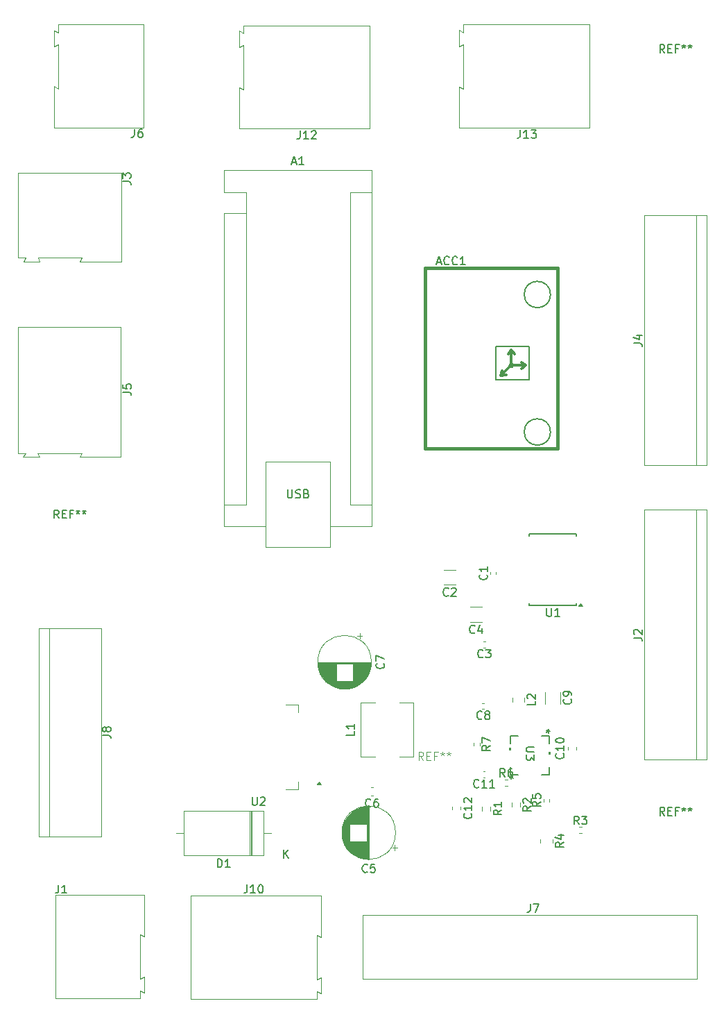
<source format=gbr>
%TF.GenerationSoftware,KiCad,Pcbnew,8.0.4*%
%TF.CreationDate,2025-07-07T11:58:56-07:00*%
%TF.ProjectId,board,626f6172-642e-46b6-9963-61645f706362,rev?*%
%TF.SameCoordinates,Original*%
%TF.FileFunction,Legend,Top*%
%TF.FilePolarity,Positive*%
%FSLAX46Y46*%
G04 Gerber Fmt 4.6, Leading zero omitted, Abs format (unit mm)*
G04 Created by KiCad (PCBNEW 8.0.4) date 2025-07-07 11:58:56*
%MOMM*%
%LPD*%
G01*
G04 APERTURE LIST*
%ADD10C,0.150000*%
%ADD11C,0.100000*%
%ADD12C,0.120000*%
%ADD13C,0.406400*%
%ADD14C,0.127000*%
%ADD15C,0.304800*%
%ADD16C,0.152400*%
%ADD17C,0.000000*%
G04 APERTURE END LIST*
D10*
X57431666Y-152964819D02*
X57431666Y-153679104D01*
X57431666Y-153679104D02*
X57384047Y-153821961D01*
X57384047Y-153821961D02*
X57288809Y-153917200D01*
X57288809Y-153917200D02*
X57145952Y-153964819D01*
X57145952Y-153964819D02*
X57050714Y-153964819D01*
X58431666Y-153964819D02*
X57860238Y-153964819D01*
X58145952Y-153964819D02*
X58145952Y-152964819D01*
X58145952Y-152964819D02*
X58050714Y-153107676D01*
X58050714Y-153107676D02*
X57955476Y-153202914D01*
X57955476Y-153202914D02*
X57860238Y-153250533D01*
X95533333Y-143389580D02*
X95485714Y-143437200D01*
X95485714Y-143437200D02*
X95342857Y-143484819D01*
X95342857Y-143484819D02*
X95247619Y-143484819D01*
X95247619Y-143484819D02*
X95104762Y-143437200D01*
X95104762Y-143437200D02*
X95009524Y-143341961D01*
X95009524Y-143341961D02*
X94961905Y-143246723D01*
X94961905Y-143246723D02*
X94914286Y-143056247D01*
X94914286Y-143056247D02*
X94914286Y-142913390D01*
X94914286Y-142913390D02*
X94961905Y-142722914D01*
X94961905Y-142722914D02*
X95009524Y-142627676D01*
X95009524Y-142627676D02*
X95104762Y-142532438D01*
X95104762Y-142532438D02*
X95247619Y-142484819D01*
X95247619Y-142484819D02*
X95342857Y-142484819D01*
X95342857Y-142484819D02*
X95485714Y-142532438D01*
X95485714Y-142532438D02*
X95533333Y-142580057D01*
X96390476Y-142484819D02*
X96200000Y-142484819D01*
X96200000Y-142484819D02*
X96104762Y-142532438D01*
X96104762Y-142532438D02*
X96057143Y-142580057D01*
X96057143Y-142580057D02*
X95961905Y-142722914D01*
X95961905Y-142722914D02*
X95914286Y-142913390D01*
X95914286Y-142913390D02*
X95914286Y-143294342D01*
X95914286Y-143294342D02*
X95961905Y-143389580D01*
X95961905Y-143389580D02*
X96009524Y-143437200D01*
X96009524Y-143437200D02*
X96104762Y-143484819D01*
X96104762Y-143484819D02*
X96295238Y-143484819D01*
X96295238Y-143484819D02*
X96390476Y-143437200D01*
X96390476Y-143437200D02*
X96438095Y-143389580D01*
X96438095Y-143389580D02*
X96485714Y-143294342D01*
X96485714Y-143294342D02*
X96485714Y-143056247D01*
X96485714Y-143056247D02*
X96438095Y-142961009D01*
X96438095Y-142961009D02*
X96390476Y-142913390D01*
X96390476Y-142913390D02*
X96295238Y-142865771D01*
X96295238Y-142865771D02*
X96104762Y-142865771D01*
X96104762Y-142865771D02*
X96009524Y-142913390D01*
X96009524Y-142913390D02*
X95961905Y-142961009D01*
X95961905Y-142961009D02*
X95914286Y-143056247D01*
X115046666Y-155304819D02*
X115046666Y-156019104D01*
X115046666Y-156019104D02*
X114999047Y-156161961D01*
X114999047Y-156161961D02*
X114903809Y-156257200D01*
X114903809Y-156257200D02*
X114760952Y-156304819D01*
X114760952Y-156304819D02*
X114665714Y-156304819D01*
X115427619Y-155304819D02*
X116094285Y-155304819D01*
X116094285Y-155304819D02*
X115665714Y-156304819D01*
X80440476Y-152954819D02*
X80440476Y-153669104D01*
X80440476Y-153669104D02*
X80392857Y-153811961D01*
X80392857Y-153811961D02*
X80297619Y-153907200D01*
X80297619Y-153907200D02*
X80154762Y-153954819D01*
X80154762Y-153954819D02*
X80059524Y-153954819D01*
X81440476Y-153954819D02*
X80869048Y-153954819D01*
X81154762Y-153954819D02*
X81154762Y-152954819D01*
X81154762Y-152954819D02*
X81059524Y-153097676D01*
X81059524Y-153097676D02*
X80964286Y-153192914D01*
X80964286Y-153192914D02*
X80869048Y-153240533D01*
X82059524Y-152954819D02*
X82154762Y-152954819D01*
X82154762Y-152954819D02*
X82250000Y-153002438D01*
X82250000Y-153002438D02*
X82297619Y-153050057D01*
X82297619Y-153050057D02*
X82345238Y-153145295D01*
X82345238Y-153145295D02*
X82392857Y-153335771D01*
X82392857Y-153335771D02*
X82392857Y-153573866D01*
X82392857Y-153573866D02*
X82345238Y-153764342D01*
X82345238Y-153764342D02*
X82297619Y-153859580D01*
X82297619Y-153859580D02*
X82250000Y-153907200D01*
X82250000Y-153907200D02*
X82154762Y-153954819D01*
X82154762Y-153954819D02*
X82059524Y-153954819D01*
X82059524Y-153954819D02*
X81964286Y-153907200D01*
X81964286Y-153907200D02*
X81916667Y-153859580D01*
X81916667Y-153859580D02*
X81869048Y-153764342D01*
X81869048Y-153764342D02*
X81821429Y-153573866D01*
X81821429Y-153573866D02*
X81821429Y-153335771D01*
X81821429Y-153335771D02*
X81869048Y-153145295D01*
X81869048Y-153145295D02*
X81916667Y-153050057D01*
X81916667Y-153050057D02*
X81964286Y-153002438D01*
X81964286Y-153002438D02*
X82059524Y-152954819D01*
X65304819Y-92883333D02*
X66019104Y-92883333D01*
X66019104Y-92883333D02*
X66161961Y-92930952D01*
X66161961Y-92930952D02*
X66257200Y-93026190D01*
X66257200Y-93026190D02*
X66304819Y-93169047D01*
X66304819Y-93169047D02*
X66304819Y-93264285D01*
X65304819Y-91930952D02*
X65304819Y-92407142D01*
X65304819Y-92407142D02*
X65781009Y-92454761D01*
X65781009Y-92454761D02*
X65733390Y-92407142D01*
X65733390Y-92407142D02*
X65685771Y-92311904D01*
X65685771Y-92311904D02*
X65685771Y-92073809D01*
X65685771Y-92073809D02*
X65733390Y-91978571D01*
X65733390Y-91978571D02*
X65781009Y-91930952D01*
X65781009Y-91930952D02*
X65876247Y-91883333D01*
X65876247Y-91883333D02*
X66114342Y-91883333D01*
X66114342Y-91883333D02*
X66209580Y-91930952D01*
X66209580Y-91930952D02*
X66257200Y-91978571D01*
X66257200Y-91978571D02*
X66304819Y-92073809D01*
X66304819Y-92073809D02*
X66304819Y-92311904D01*
X66304819Y-92311904D02*
X66257200Y-92407142D01*
X66257200Y-92407142D02*
X66209580Y-92454761D01*
X81088095Y-142254819D02*
X81088095Y-143064342D01*
X81088095Y-143064342D02*
X81135714Y-143159580D01*
X81135714Y-143159580D02*
X81183333Y-143207200D01*
X81183333Y-143207200D02*
X81278571Y-143254819D01*
X81278571Y-143254819D02*
X81469047Y-143254819D01*
X81469047Y-143254819D02*
X81564285Y-143207200D01*
X81564285Y-143207200D02*
X81611904Y-143159580D01*
X81611904Y-143159580D02*
X81659523Y-143064342D01*
X81659523Y-143064342D02*
X81659523Y-142254819D01*
X82088095Y-142350057D02*
X82135714Y-142302438D01*
X82135714Y-142302438D02*
X82230952Y-142254819D01*
X82230952Y-142254819D02*
X82469047Y-142254819D01*
X82469047Y-142254819D02*
X82564285Y-142302438D01*
X82564285Y-142302438D02*
X82611904Y-142350057D01*
X82611904Y-142350057D02*
X82659523Y-142445295D01*
X82659523Y-142445295D02*
X82659523Y-142540533D01*
X82659523Y-142540533D02*
X82611904Y-142683390D01*
X82611904Y-142683390D02*
X82040476Y-143254819D01*
X82040476Y-143254819D02*
X82659523Y-143254819D01*
D11*
X101966666Y-137757419D02*
X101633333Y-137281228D01*
X101395238Y-137757419D02*
X101395238Y-136757419D01*
X101395238Y-136757419D02*
X101776190Y-136757419D01*
X101776190Y-136757419D02*
X101871428Y-136805038D01*
X101871428Y-136805038D02*
X101919047Y-136852657D01*
X101919047Y-136852657D02*
X101966666Y-136947895D01*
X101966666Y-136947895D02*
X101966666Y-137090752D01*
X101966666Y-137090752D02*
X101919047Y-137185990D01*
X101919047Y-137185990D02*
X101871428Y-137233609D01*
X101871428Y-137233609D02*
X101776190Y-137281228D01*
X101776190Y-137281228D02*
X101395238Y-137281228D01*
X102395238Y-137233609D02*
X102728571Y-137233609D01*
X102871428Y-137757419D02*
X102395238Y-137757419D01*
X102395238Y-137757419D02*
X102395238Y-136757419D01*
X102395238Y-136757419D02*
X102871428Y-136757419D01*
X103633333Y-137233609D02*
X103300000Y-137233609D01*
X103300000Y-137757419D02*
X103300000Y-136757419D01*
X103300000Y-136757419D02*
X103776190Y-136757419D01*
X104300000Y-136757419D02*
X104300000Y-136995514D01*
X104061905Y-136900276D02*
X104300000Y-136995514D01*
X104300000Y-136995514D02*
X104538095Y-136900276D01*
X104157143Y-137185990D02*
X104300000Y-136995514D01*
X104300000Y-136995514D02*
X104442857Y-137185990D01*
X105061905Y-136757419D02*
X105061905Y-136995514D01*
X104823810Y-136900276D02*
X105061905Y-136995514D01*
X105061905Y-136995514D02*
X105300000Y-136900276D01*
X104919048Y-137185990D02*
X105061905Y-136995514D01*
X105061905Y-136995514D02*
X105204762Y-137185990D01*
D10*
X120980833Y-145584819D02*
X120647500Y-145108628D01*
X120409405Y-145584819D02*
X120409405Y-144584819D01*
X120409405Y-144584819D02*
X120790357Y-144584819D01*
X120790357Y-144584819D02*
X120885595Y-144632438D01*
X120885595Y-144632438D02*
X120933214Y-144680057D01*
X120933214Y-144680057D02*
X120980833Y-144775295D01*
X120980833Y-144775295D02*
X120980833Y-144918152D01*
X120980833Y-144918152D02*
X120933214Y-145013390D01*
X120933214Y-145013390D02*
X120885595Y-145061009D01*
X120885595Y-145061009D02*
X120790357Y-145108628D01*
X120790357Y-145108628D02*
X120409405Y-145108628D01*
X121314167Y-144584819D02*
X121933214Y-144584819D01*
X121933214Y-144584819D02*
X121599881Y-144965771D01*
X121599881Y-144965771D02*
X121742738Y-144965771D01*
X121742738Y-144965771D02*
X121837976Y-145013390D01*
X121837976Y-145013390D02*
X121885595Y-145061009D01*
X121885595Y-145061009D02*
X121933214Y-145156247D01*
X121933214Y-145156247D02*
X121933214Y-145394342D01*
X121933214Y-145394342D02*
X121885595Y-145489580D01*
X121885595Y-145489580D02*
X121837976Y-145537200D01*
X121837976Y-145537200D02*
X121742738Y-145584819D01*
X121742738Y-145584819D02*
X121457024Y-145584819D01*
X121457024Y-145584819D02*
X121361786Y-145537200D01*
X121361786Y-145537200D02*
X121314167Y-145489580D01*
X117038095Y-119229819D02*
X117038095Y-120039342D01*
X117038095Y-120039342D02*
X117085714Y-120134580D01*
X117085714Y-120134580D02*
X117133333Y-120182200D01*
X117133333Y-120182200D02*
X117228571Y-120229819D01*
X117228571Y-120229819D02*
X117419047Y-120229819D01*
X117419047Y-120229819D02*
X117514285Y-120182200D01*
X117514285Y-120182200D02*
X117561904Y-120134580D01*
X117561904Y-120134580D02*
X117609523Y-120039342D01*
X117609523Y-120039342D02*
X117609523Y-119229819D01*
X118609523Y-120229819D02*
X118038095Y-120229819D01*
X118323809Y-120229819D02*
X118323809Y-119229819D01*
X118323809Y-119229819D02*
X118228571Y-119372676D01*
X118228571Y-119372676D02*
X118133333Y-119467914D01*
X118133333Y-119467914D02*
X118038095Y-119515533D01*
X131416666Y-51504819D02*
X131083333Y-51028628D01*
X130845238Y-51504819D02*
X130845238Y-50504819D01*
X130845238Y-50504819D02*
X131226190Y-50504819D01*
X131226190Y-50504819D02*
X131321428Y-50552438D01*
X131321428Y-50552438D02*
X131369047Y-50600057D01*
X131369047Y-50600057D02*
X131416666Y-50695295D01*
X131416666Y-50695295D02*
X131416666Y-50838152D01*
X131416666Y-50838152D02*
X131369047Y-50933390D01*
X131369047Y-50933390D02*
X131321428Y-50981009D01*
X131321428Y-50981009D02*
X131226190Y-51028628D01*
X131226190Y-51028628D02*
X130845238Y-51028628D01*
X131845238Y-50981009D02*
X132178571Y-50981009D01*
X132321428Y-51504819D02*
X131845238Y-51504819D01*
X131845238Y-51504819D02*
X131845238Y-50504819D01*
X131845238Y-50504819D02*
X132321428Y-50504819D01*
X133083333Y-50981009D02*
X132750000Y-50981009D01*
X132750000Y-51504819D02*
X132750000Y-50504819D01*
X132750000Y-50504819D02*
X133226190Y-50504819D01*
X133750000Y-50504819D02*
X133750000Y-50742914D01*
X133511905Y-50647676D02*
X133750000Y-50742914D01*
X133750000Y-50742914D02*
X133988095Y-50647676D01*
X133607143Y-50933390D02*
X133750000Y-50742914D01*
X133750000Y-50742914D02*
X133892857Y-50933390D01*
X134511905Y-50504819D02*
X134511905Y-50742914D01*
X134273810Y-50647676D02*
X134511905Y-50742914D01*
X134511905Y-50742914D02*
X134750000Y-50647676D01*
X134369048Y-50933390D02*
X134511905Y-50742914D01*
X134511905Y-50742914D02*
X134654762Y-50933390D01*
X85940714Y-64839104D02*
X86416904Y-64839104D01*
X85845476Y-65124819D02*
X86178809Y-64124819D01*
X86178809Y-64124819D02*
X86512142Y-65124819D01*
X87369285Y-65124819D02*
X86797857Y-65124819D01*
X87083571Y-65124819D02*
X87083571Y-64124819D01*
X87083571Y-64124819D02*
X86988333Y-64267676D01*
X86988333Y-64267676D02*
X86893095Y-64362914D01*
X86893095Y-64362914D02*
X86797857Y-64410533D01*
X85393095Y-104764819D02*
X85393095Y-105574342D01*
X85393095Y-105574342D02*
X85440714Y-105669580D01*
X85440714Y-105669580D02*
X85488333Y-105717200D01*
X85488333Y-105717200D02*
X85583571Y-105764819D01*
X85583571Y-105764819D02*
X85774047Y-105764819D01*
X85774047Y-105764819D02*
X85869285Y-105717200D01*
X85869285Y-105717200D02*
X85916904Y-105669580D01*
X85916904Y-105669580D02*
X85964523Y-105574342D01*
X85964523Y-105574342D02*
X85964523Y-104764819D01*
X86393095Y-105717200D02*
X86535952Y-105764819D01*
X86535952Y-105764819D02*
X86774047Y-105764819D01*
X86774047Y-105764819D02*
X86869285Y-105717200D01*
X86869285Y-105717200D02*
X86916904Y-105669580D01*
X86916904Y-105669580D02*
X86964523Y-105574342D01*
X86964523Y-105574342D02*
X86964523Y-105479104D01*
X86964523Y-105479104D02*
X86916904Y-105383866D01*
X86916904Y-105383866D02*
X86869285Y-105336247D01*
X86869285Y-105336247D02*
X86774047Y-105288628D01*
X86774047Y-105288628D02*
X86583571Y-105241009D01*
X86583571Y-105241009D02*
X86488333Y-105193390D01*
X86488333Y-105193390D02*
X86440714Y-105145771D01*
X86440714Y-105145771D02*
X86393095Y-105050533D01*
X86393095Y-105050533D02*
X86393095Y-104955295D01*
X86393095Y-104955295D02*
X86440714Y-104860057D01*
X86440714Y-104860057D02*
X86488333Y-104812438D01*
X86488333Y-104812438D02*
X86583571Y-104764819D01*
X86583571Y-104764819D02*
X86821666Y-104764819D01*
X86821666Y-104764819D02*
X86964523Y-104812438D01*
X87726428Y-105241009D02*
X87869285Y-105288628D01*
X87869285Y-105288628D02*
X87916904Y-105336247D01*
X87916904Y-105336247D02*
X87964523Y-105431485D01*
X87964523Y-105431485D02*
X87964523Y-105574342D01*
X87964523Y-105574342D02*
X87916904Y-105669580D01*
X87916904Y-105669580D02*
X87869285Y-105717200D01*
X87869285Y-105717200D02*
X87774047Y-105764819D01*
X87774047Y-105764819D02*
X87393095Y-105764819D01*
X87393095Y-105764819D02*
X87393095Y-104764819D01*
X87393095Y-104764819D02*
X87726428Y-104764819D01*
X87726428Y-104764819D02*
X87821666Y-104812438D01*
X87821666Y-104812438D02*
X87869285Y-104860057D01*
X87869285Y-104860057D02*
X87916904Y-104955295D01*
X87916904Y-104955295D02*
X87916904Y-105050533D01*
X87916904Y-105050533D02*
X87869285Y-105145771D01*
X87869285Y-105145771D02*
X87821666Y-105193390D01*
X87821666Y-105193390D02*
X87726428Y-105241009D01*
X87726428Y-105241009D02*
X87393095Y-105241009D01*
X127654819Y-86883333D02*
X128369104Y-86883333D01*
X128369104Y-86883333D02*
X128511961Y-86930952D01*
X128511961Y-86930952D02*
X128607200Y-87026190D01*
X128607200Y-87026190D02*
X128654819Y-87169047D01*
X128654819Y-87169047D02*
X128654819Y-87264285D01*
X127988152Y-85978571D02*
X128654819Y-85978571D01*
X127607200Y-86216666D02*
X128321485Y-86454761D01*
X128321485Y-86454761D02*
X128321485Y-85835714D01*
X127654819Y-122833333D02*
X128369104Y-122833333D01*
X128369104Y-122833333D02*
X128511961Y-122880952D01*
X128511961Y-122880952D02*
X128607200Y-122976190D01*
X128607200Y-122976190D02*
X128654819Y-123119047D01*
X128654819Y-123119047D02*
X128654819Y-123214285D01*
X127750057Y-122404761D02*
X127702438Y-122357142D01*
X127702438Y-122357142D02*
X127654819Y-122261904D01*
X127654819Y-122261904D02*
X127654819Y-122023809D01*
X127654819Y-122023809D02*
X127702438Y-121928571D01*
X127702438Y-121928571D02*
X127750057Y-121880952D01*
X127750057Y-121880952D02*
X127845295Y-121833333D01*
X127845295Y-121833333D02*
X127940533Y-121833333D01*
X127940533Y-121833333D02*
X128083390Y-121880952D01*
X128083390Y-121880952D02*
X128654819Y-122452380D01*
X128654819Y-122452380D02*
X128654819Y-121833333D01*
X116284819Y-142816666D02*
X115808628Y-143149999D01*
X116284819Y-143388094D02*
X115284819Y-143388094D01*
X115284819Y-143388094D02*
X115284819Y-143007142D01*
X115284819Y-143007142D02*
X115332438Y-142911904D01*
X115332438Y-142911904D02*
X115380057Y-142864285D01*
X115380057Y-142864285D02*
X115475295Y-142816666D01*
X115475295Y-142816666D02*
X115618152Y-142816666D01*
X115618152Y-142816666D02*
X115713390Y-142864285D01*
X115713390Y-142864285D02*
X115761009Y-142911904D01*
X115761009Y-142911904D02*
X115808628Y-143007142D01*
X115808628Y-143007142D02*
X115808628Y-143388094D01*
X115284819Y-141911904D02*
X115284819Y-142388094D01*
X115284819Y-142388094D02*
X115761009Y-142435713D01*
X115761009Y-142435713D02*
X115713390Y-142388094D01*
X115713390Y-142388094D02*
X115665771Y-142292856D01*
X115665771Y-142292856D02*
X115665771Y-142054761D01*
X115665771Y-142054761D02*
X115713390Y-141959523D01*
X115713390Y-141959523D02*
X115761009Y-141911904D01*
X115761009Y-141911904D02*
X115856247Y-141864285D01*
X115856247Y-141864285D02*
X116094342Y-141864285D01*
X116094342Y-141864285D02*
X116189580Y-141911904D01*
X116189580Y-141911904D02*
X116237200Y-141959523D01*
X116237200Y-141959523D02*
X116284819Y-142054761D01*
X116284819Y-142054761D02*
X116284819Y-142292856D01*
X116284819Y-142292856D02*
X116237200Y-142388094D01*
X116237200Y-142388094D02*
X116189580Y-142435713D01*
X62804819Y-134713333D02*
X63519104Y-134713333D01*
X63519104Y-134713333D02*
X63661961Y-134760952D01*
X63661961Y-134760952D02*
X63757200Y-134856190D01*
X63757200Y-134856190D02*
X63804819Y-134999047D01*
X63804819Y-134999047D02*
X63804819Y-135094285D01*
X63233390Y-134094285D02*
X63185771Y-134189523D01*
X63185771Y-134189523D02*
X63138152Y-134237142D01*
X63138152Y-134237142D02*
X63042914Y-134284761D01*
X63042914Y-134284761D02*
X62995295Y-134284761D01*
X62995295Y-134284761D02*
X62900057Y-134237142D01*
X62900057Y-134237142D02*
X62852438Y-134189523D01*
X62852438Y-134189523D02*
X62804819Y-134094285D01*
X62804819Y-134094285D02*
X62804819Y-133903809D01*
X62804819Y-133903809D02*
X62852438Y-133808571D01*
X62852438Y-133808571D02*
X62900057Y-133760952D01*
X62900057Y-133760952D02*
X62995295Y-133713333D01*
X62995295Y-133713333D02*
X63042914Y-133713333D01*
X63042914Y-133713333D02*
X63138152Y-133760952D01*
X63138152Y-133760952D02*
X63185771Y-133808571D01*
X63185771Y-133808571D02*
X63233390Y-133903809D01*
X63233390Y-133903809D02*
X63233390Y-134094285D01*
X63233390Y-134094285D02*
X63281009Y-134189523D01*
X63281009Y-134189523D02*
X63328628Y-134237142D01*
X63328628Y-134237142D02*
X63423866Y-134284761D01*
X63423866Y-134284761D02*
X63614342Y-134284761D01*
X63614342Y-134284761D02*
X63709580Y-134237142D01*
X63709580Y-134237142D02*
X63757200Y-134189523D01*
X63757200Y-134189523D02*
X63804819Y-134094285D01*
X63804819Y-134094285D02*
X63804819Y-133903809D01*
X63804819Y-133903809D02*
X63757200Y-133808571D01*
X63757200Y-133808571D02*
X63709580Y-133760952D01*
X63709580Y-133760952D02*
X63614342Y-133713333D01*
X63614342Y-133713333D02*
X63423866Y-133713333D01*
X63423866Y-133713333D02*
X63328628Y-133760952D01*
X63328628Y-133760952D02*
X63281009Y-133808571D01*
X63281009Y-133808571D02*
X63233390Y-133903809D01*
X109115833Y-132682080D02*
X109068214Y-132729700D01*
X109068214Y-132729700D02*
X108925357Y-132777319D01*
X108925357Y-132777319D02*
X108830119Y-132777319D01*
X108830119Y-132777319D02*
X108687262Y-132729700D01*
X108687262Y-132729700D02*
X108592024Y-132634461D01*
X108592024Y-132634461D02*
X108544405Y-132539223D01*
X108544405Y-132539223D02*
X108496786Y-132348747D01*
X108496786Y-132348747D02*
X108496786Y-132205890D01*
X108496786Y-132205890D02*
X108544405Y-132015414D01*
X108544405Y-132015414D02*
X108592024Y-131920176D01*
X108592024Y-131920176D02*
X108687262Y-131824938D01*
X108687262Y-131824938D02*
X108830119Y-131777319D01*
X108830119Y-131777319D02*
X108925357Y-131777319D01*
X108925357Y-131777319D02*
X109068214Y-131824938D01*
X109068214Y-131824938D02*
X109115833Y-131872557D01*
X109687262Y-132205890D02*
X109592024Y-132158271D01*
X109592024Y-132158271D02*
X109544405Y-132110652D01*
X109544405Y-132110652D02*
X109496786Y-132015414D01*
X109496786Y-132015414D02*
X109496786Y-131967795D01*
X109496786Y-131967795D02*
X109544405Y-131872557D01*
X109544405Y-131872557D02*
X109592024Y-131824938D01*
X109592024Y-131824938D02*
X109687262Y-131777319D01*
X109687262Y-131777319D02*
X109877738Y-131777319D01*
X109877738Y-131777319D02*
X109972976Y-131824938D01*
X109972976Y-131824938D02*
X110020595Y-131872557D01*
X110020595Y-131872557D02*
X110068214Y-131967795D01*
X110068214Y-131967795D02*
X110068214Y-132015414D01*
X110068214Y-132015414D02*
X110020595Y-132110652D01*
X110020595Y-132110652D02*
X109972976Y-132158271D01*
X109972976Y-132158271D02*
X109877738Y-132205890D01*
X109877738Y-132205890D02*
X109687262Y-132205890D01*
X109687262Y-132205890D02*
X109592024Y-132253509D01*
X109592024Y-132253509D02*
X109544405Y-132301128D01*
X109544405Y-132301128D02*
X109496786Y-132396366D01*
X109496786Y-132396366D02*
X109496786Y-132586842D01*
X109496786Y-132586842D02*
X109544405Y-132682080D01*
X109544405Y-132682080D02*
X109592024Y-132729700D01*
X109592024Y-132729700D02*
X109687262Y-132777319D01*
X109687262Y-132777319D02*
X109877738Y-132777319D01*
X109877738Y-132777319D02*
X109972976Y-132729700D01*
X109972976Y-132729700D02*
X110020595Y-132682080D01*
X110020595Y-132682080D02*
X110068214Y-132586842D01*
X110068214Y-132586842D02*
X110068214Y-132396366D01*
X110068214Y-132396366D02*
X110020595Y-132301128D01*
X110020595Y-132301128D02*
X109972976Y-132253509D01*
X109972976Y-132253509D02*
X109877738Y-132205890D01*
X131416666Y-144504819D02*
X131083333Y-144028628D01*
X130845238Y-144504819D02*
X130845238Y-143504819D01*
X130845238Y-143504819D02*
X131226190Y-143504819D01*
X131226190Y-143504819D02*
X131321428Y-143552438D01*
X131321428Y-143552438D02*
X131369047Y-143600057D01*
X131369047Y-143600057D02*
X131416666Y-143695295D01*
X131416666Y-143695295D02*
X131416666Y-143838152D01*
X131416666Y-143838152D02*
X131369047Y-143933390D01*
X131369047Y-143933390D02*
X131321428Y-143981009D01*
X131321428Y-143981009D02*
X131226190Y-144028628D01*
X131226190Y-144028628D02*
X130845238Y-144028628D01*
X131845238Y-143981009D02*
X132178571Y-143981009D01*
X132321428Y-144504819D02*
X131845238Y-144504819D01*
X131845238Y-144504819D02*
X131845238Y-143504819D01*
X131845238Y-143504819D02*
X132321428Y-143504819D01*
X133083333Y-143981009D02*
X132750000Y-143981009D01*
X132750000Y-144504819D02*
X132750000Y-143504819D01*
X132750000Y-143504819D02*
X133226190Y-143504819D01*
X133750000Y-143504819D02*
X133750000Y-143742914D01*
X133511905Y-143647676D02*
X133750000Y-143742914D01*
X133750000Y-143742914D02*
X133988095Y-143647676D01*
X133607143Y-143933390D02*
X133750000Y-143742914D01*
X133750000Y-143742914D02*
X133892857Y-143933390D01*
X134511905Y-143504819D02*
X134511905Y-143742914D01*
X134273810Y-143647676D02*
X134511905Y-143742914D01*
X134511905Y-143742914D02*
X134750000Y-143647676D01*
X134369048Y-143933390D02*
X134511905Y-143742914D01*
X134511905Y-143742914D02*
X134654762Y-143933390D01*
X119029580Y-136955357D02*
X119077200Y-137002976D01*
X119077200Y-137002976D02*
X119124819Y-137145833D01*
X119124819Y-137145833D02*
X119124819Y-137241071D01*
X119124819Y-137241071D02*
X119077200Y-137383928D01*
X119077200Y-137383928D02*
X118981961Y-137479166D01*
X118981961Y-137479166D02*
X118886723Y-137526785D01*
X118886723Y-137526785D02*
X118696247Y-137574404D01*
X118696247Y-137574404D02*
X118553390Y-137574404D01*
X118553390Y-137574404D02*
X118362914Y-137526785D01*
X118362914Y-137526785D02*
X118267676Y-137479166D01*
X118267676Y-137479166D02*
X118172438Y-137383928D01*
X118172438Y-137383928D02*
X118124819Y-137241071D01*
X118124819Y-137241071D02*
X118124819Y-137145833D01*
X118124819Y-137145833D02*
X118172438Y-137002976D01*
X118172438Y-137002976D02*
X118220057Y-136955357D01*
X119124819Y-136002976D02*
X119124819Y-136574404D01*
X119124819Y-136288690D02*
X118124819Y-136288690D01*
X118124819Y-136288690D02*
X118267676Y-136383928D01*
X118267676Y-136383928D02*
X118362914Y-136479166D01*
X118362914Y-136479166D02*
X118410533Y-136574404D01*
X118124819Y-135383928D02*
X118124819Y-135288690D01*
X118124819Y-135288690D02*
X118172438Y-135193452D01*
X118172438Y-135193452D02*
X118220057Y-135145833D01*
X118220057Y-135145833D02*
X118315295Y-135098214D01*
X118315295Y-135098214D02*
X118505771Y-135050595D01*
X118505771Y-135050595D02*
X118743866Y-135050595D01*
X118743866Y-135050595D02*
X118934342Y-135098214D01*
X118934342Y-135098214D02*
X119029580Y-135145833D01*
X119029580Y-135145833D02*
X119077200Y-135193452D01*
X119077200Y-135193452D02*
X119124819Y-135288690D01*
X119124819Y-135288690D02*
X119124819Y-135383928D01*
X119124819Y-135383928D02*
X119077200Y-135479166D01*
X119077200Y-135479166D02*
X119029580Y-135526785D01*
X119029580Y-135526785D02*
X118934342Y-135574404D01*
X118934342Y-135574404D02*
X118743866Y-135622023D01*
X118743866Y-135622023D02*
X118505771Y-135622023D01*
X118505771Y-135622023D02*
X118315295Y-135574404D01*
X118315295Y-135574404D02*
X118220057Y-135526785D01*
X118220057Y-135526785D02*
X118172438Y-135479166D01*
X118172438Y-135479166D02*
X118124819Y-135383928D01*
X119959580Y-130316666D02*
X120007200Y-130364285D01*
X120007200Y-130364285D02*
X120054819Y-130507142D01*
X120054819Y-130507142D02*
X120054819Y-130602380D01*
X120054819Y-130602380D02*
X120007200Y-130745237D01*
X120007200Y-130745237D02*
X119911961Y-130840475D01*
X119911961Y-130840475D02*
X119816723Y-130888094D01*
X119816723Y-130888094D02*
X119626247Y-130935713D01*
X119626247Y-130935713D02*
X119483390Y-130935713D01*
X119483390Y-130935713D02*
X119292914Y-130888094D01*
X119292914Y-130888094D02*
X119197676Y-130840475D01*
X119197676Y-130840475D02*
X119102438Y-130745237D01*
X119102438Y-130745237D02*
X119054819Y-130602380D01*
X119054819Y-130602380D02*
X119054819Y-130507142D01*
X119054819Y-130507142D02*
X119102438Y-130364285D01*
X119102438Y-130364285D02*
X119150057Y-130316666D01*
X120054819Y-129840475D02*
X120054819Y-129649999D01*
X120054819Y-129649999D02*
X120007200Y-129554761D01*
X120007200Y-129554761D02*
X119959580Y-129507142D01*
X119959580Y-129507142D02*
X119816723Y-129411904D01*
X119816723Y-129411904D02*
X119626247Y-129364285D01*
X119626247Y-129364285D02*
X119245295Y-129364285D01*
X119245295Y-129364285D02*
X119150057Y-129411904D01*
X119150057Y-129411904D02*
X119102438Y-129459523D01*
X119102438Y-129459523D02*
X119054819Y-129554761D01*
X119054819Y-129554761D02*
X119054819Y-129745237D01*
X119054819Y-129745237D02*
X119102438Y-129840475D01*
X119102438Y-129840475D02*
X119150057Y-129888094D01*
X119150057Y-129888094D02*
X119245295Y-129935713D01*
X119245295Y-129935713D02*
X119483390Y-129935713D01*
X119483390Y-129935713D02*
X119578628Y-129888094D01*
X119578628Y-129888094D02*
X119626247Y-129840475D01*
X119626247Y-129840475D02*
X119673866Y-129745237D01*
X119673866Y-129745237D02*
X119673866Y-129554761D01*
X119673866Y-129554761D02*
X119626247Y-129459523D01*
X119626247Y-129459523D02*
X119578628Y-129411904D01*
X119578628Y-129411904D02*
X119483390Y-129364285D01*
X105020833Y-117659580D02*
X104973214Y-117707200D01*
X104973214Y-117707200D02*
X104830357Y-117754819D01*
X104830357Y-117754819D02*
X104735119Y-117754819D01*
X104735119Y-117754819D02*
X104592262Y-117707200D01*
X104592262Y-117707200D02*
X104497024Y-117611961D01*
X104497024Y-117611961D02*
X104449405Y-117516723D01*
X104449405Y-117516723D02*
X104401786Y-117326247D01*
X104401786Y-117326247D02*
X104401786Y-117183390D01*
X104401786Y-117183390D02*
X104449405Y-116992914D01*
X104449405Y-116992914D02*
X104497024Y-116897676D01*
X104497024Y-116897676D02*
X104592262Y-116802438D01*
X104592262Y-116802438D02*
X104735119Y-116754819D01*
X104735119Y-116754819D02*
X104830357Y-116754819D01*
X104830357Y-116754819D02*
X104973214Y-116802438D01*
X104973214Y-116802438D02*
X105020833Y-116850057D01*
X105401786Y-116850057D02*
X105449405Y-116802438D01*
X105449405Y-116802438D02*
X105544643Y-116754819D01*
X105544643Y-116754819D02*
X105782738Y-116754819D01*
X105782738Y-116754819D02*
X105877976Y-116802438D01*
X105877976Y-116802438D02*
X105925595Y-116850057D01*
X105925595Y-116850057D02*
X105973214Y-116945295D01*
X105973214Y-116945295D02*
X105973214Y-117040533D01*
X105973214Y-117040533D02*
X105925595Y-117183390D01*
X105925595Y-117183390D02*
X105354167Y-117754819D01*
X105354167Y-117754819D02*
X105973214Y-117754819D01*
X65244819Y-67163333D02*
X65959104Y-67163333D01*
X65959104Y-67163333D02*
X66101961Y-67210952D01*
X66101961Y-67210952D02*
X66197200Y-67306190D01*
X66197200Y-67306190D02*
X66244819Y-67449047D01*
X66244819Y-67449047D02*
X66244819Y-67544285D01*
X65244819Y-66782380D02*
X65244819Y-66163333D01*
X65244819Y-66163333D02*
X65625771Y-66496666D01*
X65625771Y-66496666D02*
X65625771Y-66353809D01*
X65625771Y-66353809D02*
X65673390Y-66258571D01*
X65673390Y-66258571D02*
X65721009Y-66210952D01*
X65721009Y-66210952D02*
X65816247Y-66163333D01*
X65816247Y-66163333D02*
X66054342Y-66163333D01*
X66054342Y-66163333D02*
X66149580Y-66210952D01*
X66149580Y-66210952D02*
X66197200Y-66258571D01*
X66197200Y-66258571D02*
X66244819Y-66353809D01*
X66244819Y-66353809D02*
X66244819Y-66639523D01*
X66244819Y-66639523D02*
X66197200Y-66734761D01*
X66197200Y-66734761D02*
X66149580Y-66782380D01*
X93554819Y-134216666D02*
X93554819Y-134692856D01*
X93554819Y-134692856D02*
X92554819Y-134692856D01*
X93554819Y-133359523D02*
X93554819Y-133930951D01*
X93554819Y-133645237D02*
X92554819Y-133645237D01*
X92554819Y-133645237D02*
X92697676Y-133740475D01*
X92697676Y-133740475D02*
X92792914Y-133835713D01*
X92792914Y-133835713D02*
X92840533Y-133930951D01*
X110124819Y-135969166D02*
X109648628Y-136302499D01*
X110124819Y-136540594D02*
X109124819Y-136540594D01*
X109124819Y-136540594D02*
X109124819Y-136159642D01*
X109124819Y-136159642D02*
X109172438Y-136064404D01*
X109172438Y-136064404D02*
X109220057Y-136016785D01*
X109220057Y-136016785D02*
X109315295Y-135969166D01*
X109315295Y-135969166D02*
X109458152Y-135969166D01*
X109458152Y-135969166D02*
X109553390Y-136016785D01*
X109553390Y-136016785D02*
X109601009Y-136064404D01*
X109601009Y-136064404D02*
X109648628Y-136159642D01*
X109648628Y-136159642D02*
X109648628Y-136540594D01*
X109124819Y-135635832D02*
X109124819Y-134969166D01*
X109124819Y-134969166D02*
X110124819Y-135397737D01*
X107789580Y-144242857D02*
X107837200Y-144290476D01*
X107837200Y-144290476D02*
X107884819Y-144433333D01*
X107884819Y-144433333D02*
X107884819Y-144528571D01*
X107884819Y-144528571D02*
X107837200Y-144671428D01*
X107837200Y-144671428D02*
X107741961Y-144766666D01*
X107741961Y-144766666D02*
X107646723Y-144814285D01*
X107646723Y-144814285D02*
X107456247Y-144861904D01*
X107456247Y-144861904D02*
X107313390Y-144861904D01*
X107313390Y-144861904D02*
X107122914Y-144814285D01*
X107122914Y-144814285D02*
X107027676Y-144766666D01*
X107027676Y-144766666D02*
X106932438Y-144671428D01*
X106932438Y-144671428D02*
X106884819Y-144528571D01*
X106884819Y-144528571D02*
X106884819Y-144433333D01*
X106884819Y-144433333D02*
X106932438Y-144290476D01*
X106932438Y-144290476D02*
X106980057Y-144242857D01*
X107884819Y-143290476D02*
X107884819Y-143861904D01*
X107884819Y-143576190D02*
X106884819Y-143576190D01*
X106884819Y-143576190D02*
X107027676Y-143671428D01*
X107027676Y-143671428D02*
X107122914Y-143766666D01*
X107122914Y-143766666D02*
X107170533Y-143861904D01*
X106980057Y-142909523D02*
X106932438Y-142861904D01*
X106932438Y-142861904D02*
X106884819Y-142766666D01*
X106884819Y-142766666D02*
X106884819Y-142528571D01*
X106884819Y-142528571D02*
X106932438Y-142433333D01*
X106932438Y-142433333D02*
X106980057Y-142385714D01*
X106980057Y-142385714D02*
X107075295Y-142338095D01*
X107075295Y-142338095D02*
X107170533Y-142338095D01*
X107170533Y-142338095D02*
X107313390Y-142385714D01*
X107313390Y-142385714D02*
X107884819Y-142957142D01*
X107884819Y-142957142D02*
X107884819Y-142338095D01*
X86940476Y-61004819D02*
X86940476Y-61719104D01*
X86940476Y-61719104D02*
X86892857Y-61861961D01*
X86892857Y-61861961D02*
X86797619Y-61957200D01*
X86797619Y-61957200D02*
X86654762Y-62004819D01*
X86654762Y-62004819D02*
X86559524Y-62004819D01*
X87940476Y-62004819D02*
X87369048Y-62004819D01*
X87654762Y-62004819D02*
X87654762Y-61004819D01*
X87654762Y-61004819D02*
X87559524Y-61147676D01*
X87559524Y-61147676D02*
X87464286Y-61242914D01*
X87464286Y-61242914D02*
X87369048Y-61290533D01*
X88321429Y-61100057D02*
X88369048Y-61052438D01*
X88369048Y-61052438D02*
X88464286Y-61004819D01*
X88464286Y-61004819D02*
X88702381Y-61004819D01*
X88702381Y-61004819D02*
X88797619Y-61052438D01*
X88797619Y-61052438D02*
X88845238Y-61100057D01*
X88845238Y-61100057D02*
X88892857Y-61195295D01*
X88892857Y-61195295D02*
X88892857Y-61290533D01*
X88892857Y-61290533D02*
X88845238Y-61433390D01*
X88845238Y-61433390D02*
X88273810Y-62004819D01*
X88273810Y-62004819D02*
X88892857Y-62004819D01*
X103632714Y-77047704D02*
X104108904Y-77047704D01*
X103537476Y-77333419D02*
X103870809Y-76333419D01*
X103870809Y-76333419D02*
X104204142Y-77333419D01*
X105108904Y-77238180D02*
X105061285Y-77285800D01*
X105061285Y-77285800D02*
X104918428Y-77333419D01*
X104918428Y-77333419D02*
X104823190Y-77333419D01*
X104823190Y-77333419D02*
X104680333Y-77285800D01*
X104680333Y-77285800D02*
X104585095Y-77190561D01*
X104585095Y-77190561D02*
X104537476Y-77095323D01*
X104537476Y-77095323D02*
X104489857Y-76904847D01*
X104489857Y-76904847D02*
X104489857Y-76761990D01*
X104489857Y-76761990D02*
X104537476Y-76571514D01*
X104537476Y-76571514D02*
X104585095Y-76476276D01*
X104585095Y-76476276D02*
X104680333Y-76381038D01*
X104680333Y-76381038D02*
X104823190Y-76333419D01*
X104823190Y-76333419D02*
X104918428Y-76333419D01*
X104918428Y-76333419D02*
X105061285Y-76381038D01*
X105061285Y-76381038D02*
X105108904Y-76428657D01*
X106108904Y-77238180D02*
X106061285Y-77285800D01*
X106061285Y-77285800D02*
X105918428Y-77333419D01*
X105918428Y-77333419D02*
X105823190Y-77333419D01*
X105823190Y-77333419D02*
X105680333Y-77285800D01*
X105680333Y-77285800D02*
X105585095Y-77190561D01*
X105585095Y-77190561D02*
X105537476Y-77095323D01*
X105537476Y-77095323D02*
X105489857Y-76904847D01*
X105489857Y-76904847D02*
X105489857Y-76761990D01*
X105489857Y-76761990D02*
X105537476Y-76571514D01*
X105537476Y-76571514D02*
X105585095Y-76476276D01*
X105585095Y-76476276D02*
X105680333Y-76381038D01*
X105680333Y-76381038D02*
X105823190Y-76333419D01*
X105823190Y-76333419D02*
X105918428Y-76333419D01*
X105918428Y-76333419D02*
X106061285Y-76381038D01*
X106061285Y-76381038D02*
X106108904Y-76428657D01*
X107061285Y-77333419D02*
X106489857Y-77333419D01*
X106775571Y-77333419D02*
X106775571Y-76333419D01*
X106775571Y-76333419D02*
X106680333Y-76476276D01*
X106680333Y-76476276D02*
X106585095Y-76571514D01*
X106585095Y-76571514D02*
X106489857Y-76619133D01*
X108245833Y-122209580D02*
X108198214Y-122257200D01*
X108198214Y-122257200D02*
X108055357Y-122304819D01*
X108055357Y-122304819D02*
X107960119Y-122304819D01*
X107960119Y-122304819D02*
X107817262Y-122257200D01*
X107817262Y-122257200D02*
X107722024Y-122161961D01*
X107722024Y-122161961D02*
X107674405Y-122066723D01*
X107674405Y-122066723D02*
X107626786Y-121876247D01*
X107626786Y-121876247D02*
X107626786Y-121733390D01*
X107626786Y-121733390D02*
X107674405Y-121542914D01*
X107674405Y-121542914D02*
X107722024Y-121447676D01*
X107722024Y-121447676D02*
X107817262Y-121352438D01*
X107817262Y-121352438D02*
X107960119Y-121304819D01*
X107960119Y-121304819D02*
X108055357Y-121304819D01*
X108055357Y-121304819D02*
X108198214Y-121352438D01*
X108198214Y-121352438D02*
X108245833Y-121400057D01*
X109102976Y-121638152D02*
X109102976Y-122304819D01*
X108864881Y-121257200D02*
X108626786Y-121971485D01*
X108626786Y-121971485D02*
X109245833Y-121971485D01*
X111534819Y-143816666D02*
X111058628Y-144149999D01*
X111534819Y-144388094D02*
X110534819Y-144388094D01*
X110534819Y-144388094D02*
X110534819Y-144007142D01*
X110534819Y-144007142D02*
X110582438Y-143911904D01*
X110582438Y-143911904D02*
X110630057Y-143864285D01*
X110630057Y-143864285D02*
X110725295Y-143816666D01*
X110725295Y-143816666D02*
X110868152Y-143816666D01*
X110868152Y-143816666D02*
X110963390Y-143864285D01*
X110963390Y-143864285D02*
X111011009Y-143911904D01*
X111011009Y-143911904D02*
X111058628Y-144007142D01*
X111058628Y-144007142D02*
X111058628Y-144388094D01*
X111534819Y-142864285D02*
X111534819Y-143435713D01*
X111534819Y-143149999D02*
X110534819Y-143149999D01*
X110534819Y-143149999D02*
X110677676Y-143245237D01*
X110677676Y-143245237D02*
X110772914Y-143340475D01*
X110772914Y-143340475D02*
X110820533Y-143435713D01*
X115654819Y-130554166D02*
X115654819Y-131030356D01*
X115654819Y-131030356D02*
X114654819Y-131030356D01*
X114750057Y-130268451D02*
X114702438Y-130220832D01*
X114702438Y-130220832D02*
X114654819Y-130125594D01*
X114654819Y-130125594D02*
X114654819Y-129887499D01*
X114654819Y-129887499D02*
X114702438Y-129792261D01*
X114702438Y-129792261D02*
X114750057Y-129744642D01*
X114750057Y-129744642D02*
X114845295Y-129697023D01*
X114845295Y-129697023D02*
X114940533Y-129697023D01*
X114940533Y-129697023D02*
X115083390Y-129744642D01*
X115083390Y-129744642D02*
X115654819Y-130316070D01*
X115654819Y-130316070D02*
X115654819Y-129697023D01*
X109699580Y-115116666D02*
X109747200Y-115164285D01*
X109747200Y-115164285D02*
X109794819Y-115307142D01*
X109794819Y-115307142D02*
X109794819Y-115402380D01*
X109794819Y-115402380D02*
X109747200Y-115545237D01*
X109747200Y-115545237D02*
X109651961Y-115640475D01*
X109651961Y-115640475D02*
X109556723Y-115688094D01*
X109556723Y-115688094D02*
X109366247Y-115735713D01*
X109366247Y-115735713D02*
X109223390Y-115735713D01*
X109223390Y-115735713D02*
X109032914Y-115688094D01*
X109032914Y-115688094D02*
X108937676Y-115640475D01*
X108937676Y-115640475D02*
X108842438Y-115545237D01*
X108842438Y-115545237D02*
X108794819Y-115402380D01*
X108794819Y-115402380D02*
X108794819Y-115307142D01*
X108794819Y-115307142D02*
X108842438Y-115164285D01*
X108842438Y-115164285D02*
X108890057Y-115116666D01*
X109794819Y-114164285D02*
X109794819Y-114735713D01*
X109794819Y-114449999D02*
X108794819Y-114449999D01*
X108794819Y-114449999D02*
X108937676Y-114545237D01*
X108937676Y-114545237D02*
X109032914Y-114640475D01*
X109032914Y-114640475D02*
X109080533Y-114735713D01*
X119104819Y-147766666D02*
X118628628Y-148099999D01*
X119104819Y-148338094D02*
X118104819Y-148338094D01*
X118104819Y-148338094D02*
X118104819Y-147957142D01*
X118104819Y-147957142D02*
X118152438Y-147861904D01*
X118152438Y-147861904D02*
X118200057Y-147814285D01*
X118200057Y-147814285D02*
X118295295Y-147766666D01*
X118295295Y-147766666D02*
X118438152Y-147766666D01*
X118438152Y-147766666D02*
X118533390Y-147814285D01*
X118533390Y-147814285D02*
X118581009Y-147861904D01*
X118581009Y-147861904D02*
X118628628Y-147957142D01*
X118628628Y-147957142D02*
X118628628Y-148338094D01*
X118438152Y-146909523D02*
X119104819Y-146909523D01*
X118057200Y-147147618D02*
X118771485Y-147385713D01*
X118771485Y-147385713D02*
X118771485Y-146766666D01*
X108739642Y-141019580D02*
X108692023Y-141067200D01*
X108692023Y-141067200D02*
X108549166Y-141114819D01*
X108549166Y-141114819D02*
X108453928Y-141114819D01*
X108453928Y-141114819D02*
X108311071Y-141067200D01*
X108311071Y-141067200D02*
X108215833Y-140971961D01*
X108215833Y-140971961D02*
X108168214Y-140876723D01*
X108168214Y-140876723D02*
X108120595Y-140686247D01*
X108120595Y-140686247D02*
X108120595Y-140543390D01*
X108120595Y-140543390D02*
X108168214Y-140352914D01*
X108168214Y-140352914D02*
X108215833Y-140257676D01*
X108215833Y-140257676D02*
X108311071Y-140162438D01*
X108311071Y-140162438D02*
X108453928Y-140114819D01*
X108453928Y-140114819D02*
X108549166Y-140114819D01*
X108549166Y-140114819D02*
X108692023Y-140162438D01*
X108692023Y-140162438D02*
X108739642Y-140210057D01*
X109692023Y-141114819D02*
X109120595Y-141114819D01*
X109406309Y-141114819D02*
X109406309Y-140114819D01*
X109406309Y-140114819D02*
X109311071Y-140257676D01*
X109311071Y-140257676D02*
X109215833Y-140352914D01*
X109215833Y-140352914D02*
X109120595Y-140400533D01*
X110644404Y-141114819D02*
X110072976Y-141114819D01*
X110358690Y-141114819D02*
X110358690Y-140114819D01*
X110358690Y-140114819D02*
X110263452Y-140257676D01*
X110263452Y-140257676D02*
X110168214Y-140352914D01*
X110168214Y-140352914D02*
X110072976Y-140400533D01*
X57466666Y-108254819D02*
X57133333Y-107778628D01*
X56895238Y-108254819D02*
X56895238Y-107254819D01*
X56895238Y-107254819D02*
X57276190Y-107254819D01*
X57276190Y-107254819D02*
X57371428Y-107302438D01*
X57371428Y-107302438D02*
X57419047Y-107350057D01*
X57419047Y-107350057D02*
X57466666Y-107445295D01*
X57466666Y-107445295D02*
X57466666Y-107588152D01*
X57466666Y-107588152D02*
X57419047Y-107683390D01*
X57419047Y-107683390D02*
X57371428Y-107731009D01*
X57371428Y-107731009D02*
X57276190Y-107778628D01*
X57276190Y-107778628D02*
X56895238Y-107778628D01*
X57895238Y-107731009D02*
X58228571Y-107731009D01*
X58371428Y-108254819D02*
X57895238Y-108254819D01*
X57895238Y-108254819D02*
X57895238Y-107254819D01*
X57895238Y-107254819D02*
X58371428Y-107254819D01*
X59133333Y-107731009D02*
X58800000Y-107731009D01*
X58800000Y-108254819D02*
X58800000Y-107254819D01*
X58800000Y-107254819D02*
X59276190Y-107254819D01*
X59800000Y-107254819D02*
X59800000Y-107492914D01*
X59561905Y-107397676D02*
X59800000Y-107492914D01*
X59800000Y-107492914D02*
X60038095Y-107397676D01*
X59657143Y-107683390D02*
X59800000Y-107492914D01*
X59800000Y-107492914D02*
X59942857Y-107683390D01*
X60561905Y-107254819D02*
X60561905Y-107492914D01*
X60323810Y-107397676D02*
X60561905Y-107492914D01*
X60561905Y-107492914D02*
X60800000Y-107397676D01*
X60419048Y-107683390D02*
X60561905Y-107492914D01*
X60561905Y-107492914D02*
X60704762Y-107683390D01*
X115134819Y-143379166D02*
X114658628Y-143712499D01*
X115134819Y-143950594D02*
X114134819Y-143950594D01*
X114134819Y-143950594D02*
X114134819Y-143569642D01*
X114134819Y-143569642D02*
X114182438Y-143474404D01*
X114182438Y-143474404D02*
X114230057Y-143426785D01*
X114230057Y-143426785D02*
X114325295Y-143379166D01*
X114325295Y-143379166D02*
X114468152Y-143379166D01*
X114468152Y-143379166D02*
X114563390Y-143426785D01*
X114563390Y-143426785D02*
X114611009Y-143474404D01*
X114611009Y-143474404D02*
X114658628Y-143569642D01*
X114658628Y-143569642D02*
X114658628Y-143950594D01*
X114230057Y-142998213D02*
X114182438Y-142950594D01*
X114182438Y-142950594D02*
X114134819Y-142855356D01*
X114134819Y-142855356D02*
X114134819Y-142617261D01*
X114134819Y-142617261D02*
X114182438Y-142522023D01*
X114182438Y-142522023D02*
X114230057Y-142474404D01*
X114230057Y-142474404D02*
X114325295Y-142426785D01*
X114325295Y-142426785D02*
X114420533Y-142426785D01*
X114420533Y-142426785D02*
X114563390Y-142474404D01*
X114563390Y-142474404D02*
X115134819Y-143045832D01*
X115134819Y-143045832D02*
X115134819Y-142426785D01*
X66706666Y-60794819D02*
X66706666Y-61509104D01*
X66706666Y-61509104D02*
X66659047Y-61651961D01*
X66659047Y-61651961D02*
X66563809Y-61747200D01*
X66563809Y-61747200D02*
X66420952Y-61794819D01*
X66420952Y-61794819D02*
X66325714Y-61794819D01*
X67611428Y-60794819D02*
X67420952Y-60794819D01*
X67420952Y-60794819D02*
X67325714Y-60842438D01*
X67325714Y-60842438D02*
X67278095Y-60890057D01*
X67278095Y-60890057D02*
X67182857Y-61032914D01*
X67182857Y-61032914D02*
X67135238Y-61223390D01*
X67135238Y-61223390D02*
X67135238Y-61604342D01*
X67135238Y-61604342D02*
X67182857Y-61699580D01*
X67182857Y-61699580D02*
X67230476Y-61747200D01*
X67230476Y-61747200D02*
X67325714Y-61794819D01*
X67325714Y-61794819D02*
X67516190Y-61794819D01*
X67516190Y-61794819D02*
X67611428Y-61747200D01*
X67611428Y-61747200D02*
X67659047Y-61699580D01*
X67659047Y-61699580D02*
X67706666Y-61604342D01*
X67706666Y-61604342D02*
X67706666Y-61366247D01*
X67706666Y-61366247D02*
X67659047Y-61271009D01*
X67659047Y-61271009D02*
X67611428Y-61223390D01*
X67611428Y-61223390D02*
X67516190Y-61175771D01*
X67516190Y-61175771D02*
X67325714Y-61175771D01*
X67325714Y-61175771D02*
X67230476Y-61223390D01*
X67230476Y-61223390D02*
X67182857Y-61271009D01*
X67182857Y-61271009D02*
X67135238Y-61366247D01*
X115507680Y-136154975D02*
X114698157Y-136154975D01*
X114698157Y-136154975D02*
X114602919Y-136202594D01*
X114602919Y-136202594D02*
X114555300Y-136250213D01*
X114555300Y-136250213D02*
X114507680Y-136345451D01*
X114507680Y-136345451D02*
X114507680Y-136535927D01*
X114507680Y-136535927D02*
X114555300Y-136631165D01*
X114555300Y-136631165D02*
X114602919Y-136678784D01*
X114602919Y-136678784D02*
X114698157Y-136726403D01*
X114698157Y-136726403D02*
X115507680Y-136726403D01*
X115507680Y-137107356D02*
X115507680Y-137726403D01*
X115507680Y-137726403D02*
X115126728Y-137393070D01*
X115126728Y-137393070D02*
X115126728Y-137535927D01*
X115126728Y-137535927D02*
X115079109Y-137631165D01*
X115079109Y-137631165D02*
X115031490Y-137678784D01*
X115031490Y-137678784D02*
X114936252Y-137726403D01*
X114936252Y-137726403D02*
X114698157Y-137726403D01*
X114698157Y-137726403D02*
X114602919Y-137678784D01*
X114602919Y-137678784D02*
X114555300Y-137631165D01*
X114555300Y-137631165D02*
X114507680Y-137535927D01*
X114507680Y-137535927D02*
X114507680Y-137250213D01*
X114507680Y-137250213D02*
X114555300Y-137154975D01*
X114555300Y-137154975D02*
X114602919Y-137107356D01*
X112535179Y-139851099D02*
X112773274Y-139851099D01*
X112678036Y-140089194D02*
X112773274Y-139851099D01*
X112773274Y-139851099D02*
X112678036Y-139613004D01*
X112963750Y-139993956D02*
X112773274Y-139851099D01*
X112773274Y-139851099D02*
X112963750Y-139708242D01*
X117389820Y-134228280D02*
X117151725Y-134228280D01*
X117246963Y-133990185D02*
X117151725Y-134228280D01*
X117151725Y-134228280D02*
X117246963Y-134466375D01*
X116961249Y-134085423D02*
X117151725Y-134228280D01*
X117151725Y-134228280D02*
X116961249Y-134371137D01*
X95133333Y-151359580D02*
X95085714Y-151407200D01*
X95085714Y-151407200D02*
X94942857Y-151454819D01*
X94942857Y-151454819D02*
X94847619Y-151454819D01*
X94847619Y-151454819D02*
X94704762Y-151407200D01*
X94704762Y-151407200D02*
X94609524Y-151311961D01*
X94609524Y-151311961D02*
X94561905Y-151216723D01*
X94561905Y-151216723D02*
X94514286Y-151026247D01*
X94514286Y-151026247D02*
X94514286Y-150883390D01*
X94514286Y-150883390D02*
X94561905Y-150692914D01*
X94561905Y-150692914D02*
X94609524Y-150597676D01*
X94609524Y-150597676D02*
X94704762Y-150502438D01*
X94704762Y-150502438D02*
X94847619Y-150454819D01*
X94847619Y-150454819D02*
X94942857Y-150454819D01*
X94942857Y-150454819D02*
X95085714Y-150502438D01*
X95085714Y-150502438D02*
X95133333Y-150550057D01*
X96038095Y-150454819D02*
X95561905Y-150454819D01*
X95561905Y-150454819D02*
X95514286Y-150931009D01*
X95514286Y-150931009D02*
X95561905Y-150883390D01*
X95561905Y-150883390D02*
X95657143Y-150835771D01*
X95657143Y-150835771D02*
X95895238Y-150835771D01*
X95895238Y-150835771D02*
X95990476Y-150883390D01*
X95990476Y-150883390D02*
X96038095Y-150931009D01*
X96038095Y-150931009D02*
X96085714Y-151026247D01*
X96085714Y-151026247D02*
X96085714Y-151264342D01*
X96085714Y-151264342D02*
X96038095Y-151359580D01*
X96038095Y-151359580D02*
X95990476Y-151407200D01*
X95990476Y-151407200D02*
X95895238Y-151454819D01*
X95895238Y-151454819D02*
X95657143Y-151454819D01*
X95657143Y-151454819D02*
X95561905Y-151407200D01*
X95561905Y-151407200D02*
X95514286Y-151359580D01*
X76841905Y-150824819D02*
X76841905Y-149824819D01*
X76841905Y-149824819D02*
X77080000Y-149824819D01*
X77080000Y-149824819D02*
X77222857Y-149872438D01*
X77222857Y-149872438D02*
X77318095Y-149967676D01*
X77318095Y-149967676D02*
X77365714Y-150062914D01*
X77365714Y-150062914D02*
X77413333Y-150253390D01*
X77413333Y-150253390D02*
X77413333Y-150396247D01*
X77413333Y-150396247D02*
X77365714Y-150586723D01*
X77365714Y-150586723D02*
X77318095Y-150681961D01*
X77318095Y-150681961D02*
X77222857Y-150777200D01*
X77222857Y-150777200D02*
X77080000Y-150824819D01*
X77080000Y-150824819D02*
X76841905Y-150824819D01*
X78365714Y-150824819D02*
X77794286Y-150824819D01*
X78080000Y-150824819D02*
X78080000Y-149824819D01*
X78080000Y-149824819D02*
X77984762Y-149967676D01*
X77984762Y-149967676D02*
X77889524Y-150062914D01*
X77889524Y-150062914D02*
X77794286Y-150110533D01*
X84938095Y-149704819D02*
X84938095Y-148704819D01*
X85509523Y-149704819D02*
X85080952Y-149133390D01*
X85509523Y-148704819D02*
X84938095Y-149276247D01*
X111930833Y-139784819D02*
X111597500Y-139308628D01*
X111359405Y-139784819D02*
X111359405Y-138784819D01*
X111359405Y-138784819D02*
X111740357Y-138784819D01*
X111740357Y-138784819D02*
X111835595Y-138832438D01*
X111835595Y-138832438D02*
X111883214Y-138880057D01*
X111883214Y-138880057D02*
X111930833Y-138975295D01*
X111930833Y-138975295D02*
X111930833Y-139118152D01*
X111930833Y-139118152D02*
X111883214Y-139213390D01*
X111883214Y-139213390D02*
X111835595Y-139261009D01*
X111835595Y-139261009D02*
X111740357Y-139308628D01*
X111740357Y-139308628D02*
X111359405Y-139308628D01*
X112787976Y-138784819D02*
X112597500Y-138784819D01*
X112597500Y-138784819D02*
X112502262Y-138832438D01*
X112502262Y-138832438D02*
X112454643Y-138880057D01*
X112454643Y-138880057D02*
X112359405Y-139022914D01*
X112359405Y-139022914D02*
X112311786Y-139213390D01*
X112311786Y-139213390D02*
X112311786Y-139594342D01*
X112311786Y-139594342D02*
X112359405Y-139689580D01*
X112359405Y-139689580D02*
X112407024Y-139737200D01*
X112407024Y-139737200D02*
X112502262Y-139784819D01*
X112502262Y-139784819D02*
X112692738Y-139784819D01*
X112692738Y-139784819D02*
X112787976Y-139737200D01*
X112787976Y-139737200D02*
X112835595Y-139689580D01*
X112835595Y-139689580D02*
X112883214Y-139594342D01*
X112883214Y-139594342D02*
X112883214Y-139356247D01*
X112883214Y-139356247D02*
X112835595Y-139261009D01*
X112835595Y-139261009D02*
X112787976Y-139213390D01*
X112787976Y-139213390D02*
X112692738Y-139165771D01*
X112692738Y-139165771D02*
X112502262Y-139165771D01*
X112502262Y-139165771D02*
X112407024Y-139213390D01*
X112407024Y-139213390D02*
X112359405Y-139261009D01*
X112359405Y-139261009D02*
X112311786Y-139356247D01*
X113790476Y-60904819D02*
X113790476Y-61619104D01*
X113790476Y-61619104D02*
X113742857Y-61761961D01*
X113742857Y-61761961D02*
X113647619Y-61857200D01*
X113647619Y-61857200D02*
X113504762Y-61904819D01*
X113504762Y-61904819D02*
X113409524Y-61904819D01*
X114790476Y-61904819D02*
X114219048Y-61904819D01*
X114504762Y-61904819D02*
X114504762Y-60904819D01*
X114504762Y-60904819D02*
X114409524Y-61047676D01*
X114409524Y-61047676D02*
X114314286Y-61142914D01*
X114314286Y-61142914D02*
X114219048Y-61190533D01*
X115123810Y-60904819D02*
X115742857Y-60904819D01*
X115742857Y-60904819D02*
X115409524Y-61285771D01*
X115409524Y-61285771D02*
X115552381Y-61285771D01*
X115552381Y-61285771D02*
X115647619Y-61333390D01*
X115647619Y-61333390D02*
X115695238Y-61381009D01*
X115695238Y-61381009D02*
X115742857Y-61476247D01*
X115742857Y-61476247D02*
X115742857Y-61714342D01*
X115742857Y-61714342D02*
X115695238Y-61809580D01*
X115695238Y-61809580D02*
X115647619Y-61857200D01*
X115647619Y-61857200D02*
X115552381Y-61904819D01*
X115552381Y-61904819D02*
X115266667Y-61904819D01*
X115266667Y-61904819D02*
X115171429Y-61857200D01*
X115171429Y-61857200D02*
X115123810Y-61809580D01*
X97109580Y-125966666D02*
X97157200Y-126014285D01*
X97157200Y-126014285D02*
X97204819Y-126157142D01*
X97204819Y-126157142D02*
X97204819Y-126252380D01*
X97204819Y-126252380D02*
X97157200Y-126395237D01*
X97157200Y-126395237D02*
X97061961Y-126490475D01*
X97061961Y-126490475D02*
X96966723Y-126538094D01*
X96966723Y-126538094D02*
X96776247Y-126585713D01*
X96776247Y-126585713D02*
X96633390Y-126585713D01*
X96633390Y-126585713D02*
X96442914Y-126538094D01*
X96442914Y-126538094D02*
X96347676Y-126490475D01*
X96347676Y-126490475D02*
X96252438Y-126395237D01*
X96252438Y-126395237D02*
X96204819Y-126252380D01*
X96204819Y-126252380D02*
X96204819Y-126157142D01*
X96204819Y-126157142D02*
X96252438Y-126014285D01*
X96252438Y-126014285D02*
X96300057Y-125966666D01*
X96204819Y-125633332D02*
X96204819Y-124966666D01*
X96204819Y-124966666D02*
X97204819Y-125395237D01*
X109240833Y-125169580D02*
X109193214Y-125217200D01*
X109193214Y-125217200D02*
X109050357Y-125264819D01*
X109050357Y-125264819D02*
X108955119Y-125264819D01*
X108955119Y-125264819D02*
X108812262Y-125217200D01*
X108812262Y-125217200D02*
X108717024Y-125121961D01*
X108717024Y-125121961D02*
X108669405Y-125026723D01*
X108669405Y-125026723D02*
X108621786Y-124836247D01*
X108621786Y-124836247D02*
X108621786Y-124693390D01*
X108621786Y-124693390D02*
X108669405Y-124502914D01*
X108669405Y-124502914D02*
X108717024Y-124407676D01*
X108717024Y-124407676D02*
X108812262Y-124312438D01*
X108812262Y-124312438D02*
X108955119Y-124264819D01*
X108955119Y-124264819D02*
X109050357Y-124264819D01*
X109050357Y-124264819D02*
X109193214Y-124312438D01*
X109193214Y-124312438D02*
X109240833Y-124360057D01*
X109574167Y-124264819D02*
X110193214Y-124264819D01*
X110193214Y-124264819D02*
X109859881Y-124645771D01*
X109859881Y-124645771D02*
X110002738Y-124645771D01*
X110002738Y-124645771D02*
X110097976Y-124693390D01*
X110097976Y-124693390D02*
X110145595Y-124741009D01*
X110145595Y-124741009D02*
X110193214Y-124836247D01*
X110193214Y-124836247D02*
X110193214Y-125074342D01*
X110193214Y-125074342D02*
X110145595Y-125169580D01*
X110145595Y-125169580D02*
X110097976Y-125217200D01*
X110097976Y-125217200D02*
X110002738Y-125264819D01*
X110002738Y-125264819D02*
X109717024Y-125264819D01*
X109717024Y-125264819D02*
X109621786Y-125217200D01*
X109621786Y-125217200D02*
X109574167Y-125169580D01*
D12*
%TO.C,J1*%
X57035000Y-154200000D02*
X57035000Y-166800000D01*
X57035000Y-166800000D02*
X67385000Y-166800000D01*
X67385000Y-159000000D02*
X67885000Y-159300000D01*
X67385000Y-164400000D02*
X67385000Y-159000000D01*
X67385000Y-165850000D02*
X67885000Y-166100000D01*
X67385000Y-166800000D02*
X67385000Y-165850000D01*
X67885000Y-154200000D02*
X57035000Y-154200000D01*
X67885000Y-159300000D02*
X67885000Y-154200000D01*
X67885000Y-164150000D02*
X67385000Y-164400000D01*
X67885000Y-164200000D02*
X67885000Y-164150000D01*
X67885000Y-166100000D02*
X67885000Y-164200000D01*
%TO.C,C6*%
X95846267Y-141090000D02*
X95553733Y-141090000D01*
X95846267Y-142110000D02*
X95553733Y-142110000D01*
%TO.C,J7*%
X94560000Y-156660000D02*
X135400000Y-156660000D01*
X135400000Y-164440000D01*
X94560000Y-164440000D01*
X94560000Y-156660000D01*
%TO.C,J10*%
X73600000Y-154300000D02*
X73600000Y-166900000D01*
X73600000Y-166900000D02*
X89000000Y-166900000D01*
X89000000Y-159100000D02*
X89500000Y-159350000D01*
X89000000Y-164500000D02*
X89000000Y-159100000D01*
X89000000Y-165950000D02*
X89500000Y-166250000D01*
X89000000Y-166900000D02*
X89000000Y-165950000D01*
X89500000Y-154300000D02*
X73600000Y-154300000D01*
X89500000Y-159350000D02*
X89500000Y-154300000D01*
X89500000Y-164250000D02*
X89000000Y-164500000D01*
X89500000Y-166250000D02*
X89500000Y-164250000D01*
%TO.C,J5*%
X52450000Y-84900000D02*
X52450000Y-100300000D01*
X52450000Y-100300000D02*
X53400000Y-100300000D01*
X53100000Y-100800000D02*
X55100000Y-100800000D01*
X53400000Y-100300000D02*
X53100000Y-100800000D01*
X54850000Y-100300000D02*
X60250000Y-100300000D01*
X55100000Y-100800000D02*
X54850000Y-100300000D01*
X60000000Y-100800000D02*
X65050000Y-100800000D01*
X60250000Y-100300000D02*
X60000000Y-100800000D01*
X65050000Y-84900000D02*
X52450000Y-84900000D01*
X65050000Y-100800000D02*
X65050000Y-84900000D01*
%TO.C,U2*%
X85175000Y-130950000D02*
X86675000Y-130950000D01*
X85175000Y-141350000D02*
X86675000Y-141350000D01*
X86675000Y-130950000D02*
X86675000Y-131900000D01*
X86675000Y-141350000D02*
X86675000Y-140400000D01*
X89477500Y-140730000D02*
X88997500Y-140730000D01*
X89237500Y-140400000D01*
X89477500Y-140730000D01*
G36*
X89477500Y-140730000D02*
G01*
X88997500Y-140730000D01*
X89237500Y-140400000D01*
X89477500Y-140730000D01*
G37*
%TO.C,R3*%
X120979879Y-145920000D02*
X121315121Y-145920000D01*
X120979879Y-146680000D02*
X121315121Y-146680000D01*
D10*
%TO.C,U1*%
X114925000Y-110200000D02*
X114925000Y-110425000D01*
X114925000Y-118850000D02*
X114925000Y-118625000D01*
X120675000Y-110200000D02*
X114925000Y-110200000D01*
X120675000Y-110200000D02*
X120675000Y-110425000D01*
X120675000Y-118850000D02*
X114925000Y-118850000D01*
X120675000Y-118850000D02*
X120675000Y-118625000D01*
D12*
X121415000Y-118930000D02*
X120935000Y-118930000D01*
X121175000Y-118600000D01*
X121415000Y-118930000D01*
G36*
X121415000Y-118930000D02*
G01*
X120935000Y-118930000D01*
X121175000Y-118600000D01*
X121415000Y-118930000D01*
G37*
%TO.C,A1*%
X77635000Y-65810000D02*
X77635000Y-68480000D01*
X77635000Y-71020000D02*
X77635000Y-109250000D01*
X77635000Y-109250000D02*
X82715000Y-109250000D01*
X80305000Y-68480000D02*
X77635000Y-68480000D01*
X80305000Y-71020000D02*
X77635000Y-71020000D01*
X80305000Y-71020000D02*
X80305000Y-68480000D01*
X80305000Y-71020000D02*
X80305000Y-106580000D01*
X80305000Y-106580000D02*
X77635000Y-106580000D01*
X82715000Y-101370000D02*
X90595000Y-101370000D01*
X82715000Y-111790000D02*
X82715000Y-101370000D01*
X90595000Y-101370000D02*
X90595000Y-111790000D01*
X90595000Y-111790000D02*
X82715000Y-111790000D01*
X93005000Y-68480000D02*
X93005000Y-106580000D01*
X93005000Y-68480000D02*
X95675000Y-68480000D01*
X93005000Y-106580000D02*
X95675000Y-106580000D01*
X95675000Y-65810000D02*
X77635000Y-65810000D01*
X95675000Y-109250000D02*
X90595000Y-109250000D01*
X95675000Y-109250000D02*
X95675000Y-65810000D01*
%TO.C,J4*%
X128940000Y-101740000D02*
X128940000Y-71260000D01*
X128940000Y-101740000D02*
X136560000Y-101740000D01*
X135290000Y-101740000D02*
X135290000Y-71260000D01*
X136560000Y-71260000D02*
X128940000Y-71260000D01*
X136560000Y-101740000D02*
X136560000Y-71260000D01*
%TO.C,J2*%
X128940000Y-137690000D02*
X128940000Y-107210000D01*
X128940000Y-137690000D02*
X136560000Y-137690000D01*
X135290000Y-137690000D02*
X135290000Y-107210000D01*
X136560000Y-107210000D02*
X128940000Y-107210000D01*
X136560000Y-137690000D02*
X136560000Y-107210000D01*
%TO.C,R5*%
X116620000Y-142817621D02*
X116620000Y-142482379D01*
X117380000Y-142817621D02*
X117380000Y-142482379D01*
%TO.C,J8*%
X54990000Y-121690000D02*
X54990000Y-147090000D01*
X56260000Y-121690000D02*
X56260000Y-147090000D01*
X62610000Y-121690000D02*
X54990000Y-121690000D01*
X62610000Y-121690000D02*
X62610000Y-147090000D01*
X62610000Y-147090000D02*
X54990000Y-147090000D01*
%TO.C,C8*%
X109398335Y-130802500D02*
X109166665Y-130802500D01*
X109398335Y-131522500D02*
X109166665Y-131522500D01*
%TO.C,C10*%
X119590000Y-136458767D02*
X119590000Y-136166233D01*
X120610000Y-136458767D02*
X120610000Y-136166233D01*
%TO.C,C9*%
X116840000Y-129438748D02*
X116840000Y-130861252D01*
X118660000Y-129438748D02*
X118660000Y-130861252D01*
%TO.C,C2*%
X105898752Y-114540000D02*
X104476248Y-114540000D01*
X105898752Y-116360000D02*
X104476248Y-116360000D01*
%TO.C,J3*%
X52500000Y-66100000D02*
X52500000Y-76450000D01*
X52500000Y-76450000D02*
X53450000Y-76450000D01*
X53200000Y-76950000D02*
X55100000Y-76950000D01*
X53450000Y-76450000D02*
X53200000Y-76950000D01*
X54900000Y-76450000D02*
X60300000Y-76450000D01*
X55100000Y-76950000D02*
X55150000Y-76950000D01*
X55150000Y-76950000D02*
X54900000Y-76450000D01*
X60000000Y-76950000D02*
X65100000Y-76950000D01*
X60300000Y-76450000D02*
X60000000Y-76950000D01*
X65100000Y-66100000D02*
X52500000Y-66100000D01*
X65100000Y-76950000D02*
X65100000Y-66100000D01*
%TO.C,L1*%
X94350000Y-130750000D02*
X96050000Y-130750000D01*
X94350000Y-137350000D02*
X94350000Y-130750000D01*
X96050000Y-137350000D02*
X94350000Y-137350000D01*
X99050000Y-130750000D02*
X100750000Y-130750000D01*
X100750000Y-130750000D02*
X100750000Y-137350000D01*
X100750000Y-137350000D02*
X99050000Y-137350000D01*
%TO.C,R7*%
X108120000Y-135634879D02*
X108120000Y-135970121D01*
X108880000Y-135634879D02*
X108880000Y-135970121D01*
%TO.C,C12*%
X105490000Y-143453733D02*
X105490000Y-143746267D01*
X106510000Y-143453733D02*
X106510000Y-143746267D01*
%TO.C,J12*%
X79500000Y-48800000D02*
X79500000Y-50800000D01*
X79500000Y-50800000D02*
X80000000Y-50550000D01*
X79500000Y-55700000D02*
X79500000Y-60750000D01*
X79500000Y-60750000D02*
X95400000Y-60750000D01*
X80000000Y-48150000D02*
X80000000Y-49100000D01*
X80000000Y-49100000D02*
X79500000Y-48800000D01*
X80000000Y-50550000D02*
X80000000Y-55950000D01*
X80000000Y-55950000D02*
X79500000Y-55700000D01*
X95400000Y-48150000D02*
X80000000Y-48150000D01*
X95400000Y-60750000D02*
X95400000Y-48150000D01*
D13*
%TO.C,ACC1*%
X102180000Y-77764000D02*
X102180000Y-99764000D01*
X102180000Y-99764000D02*
X118330000Y-99764000D01*
D14*
X110808000Y-87318000D02*
X110808000Y-91382000D01*
X110808000Y-91382000D02*
X114872000Y-91382000D01*
D15*
X111443000Y-90874000D02*
X111570000Y-90239000D01*
X111443000Y-90874000D02*
X112078000Y-90747000D01*
X112713000Y-87699000D02*
X112332000Y-88207000D01*
X112713000Y-89604000D02*
X111443000Y-90874000D01*
X112713000Y-89604000D02*
X112713000Y-87699000D01*
X112713000Y-89604000D02*
X114491000Y-89604000D01*
X113094000Y-88207000D02*
X112713000Y-87699000D01*
X113983000Y-89223000D02*
X114491000Y-89604000D01*
X114491000Y-89604000D02*
X113983000Y-89985000D01*
D14*
X114872000Y-87318000D02*
X110808000Y-87318000D01*
X114872000Y-91382000D02*
X114872000Y-87318000D01*
D13*
X118330000Y-77764000D02*
X102180000Y-77764000D01*
X118330000Y-99764000D02*
X118330000Y-77764000D01*
D15*
X112892603Y-89604000D02*
G75*
G02*
X112533397Y-89604000I-179603J0D01*
G01*
X112533397Y-89604000D02*
G75*
G02*
X112892603Y-89604000I179603J0D01*
G01*
D14*
X117494430Y-80968000D02*
G75*
G02*
X114281570Y-80968000I-1606430J0D01*
G01*
X114281570Y-80968000D02*
G75*
G02*
X117494430Y-80968000I1606430J0D01*
G01*
X117494430Y-97732000D02*
G75*
G02*
X114281570Y-97732000I-1606430J0D01*
G01*
X114281570Y-97732000D02*
G75*
G02*
X117494430Y-97732000I1606430J0D01*
G01*
D12*
%TO.C,C4*%
X109123752Y-119090000D02*
X107701248Y-119090000D01*
X109123752Y-120910000D02*
X107701248Y-120910000D01*
%TO.C,R1*%
X109127500Y-143395276D02*
X109127500Y-143904724D01*
X110172500Y-143395276D02*
X110172500Y-143904724D01*
%TO.C,L2*%
X112840000Y-130126248D02*
X112840000Y-130648752D01*
X114260000Y-130126248D02*
X114260000Y-130648752D01*
%TO.C,C1*%
X110140000Y-115065835D02*
X110140000Y-114834165D01*
X110860000Y-115065835D02*
X110860000Y-114834165D01*
%TO.C,R4*%
X116265000Y-147372936D02*
X116265000Y-147827064D01*
X117735000Y-147372936D02*
X117735000Y-147827064D01*
%TO.C,C11*%
X109498335Y-139140000D02*
X109266665Y-139140000D01*
X109498335Y-139860000D02*
X109266665Y-139860000D01*
%TO.C,R2*%
X112727500Y-142957776D02*
X112727500Y-143467224D01*
X113772500Y-142957776D02*
X113772500Y-143467224D01*
%TO.C,J6*%
X56920000Y-48750000D02*
X56920000Y-50650000D01*
X56920000Y-50650000D02*
X56920000Y-50700000D01*
X56920000Y-50700000D02*
X57420000Y-50450000D01*
X56920000Y-55550000D02*
X56920000Y-60650000D01*
X56920000Y-60650000D02*
X67770000Y-60650000D01*
X57420000Y-48050000D02*
X57420000Y-49000000D01*
X57420000Y-49000000D02*
X56920000Y-48750000D01*
X57420000Y-50450000D02*
X57420000Y-55850000D01*
X57420000Y-55850000D02*
X56920000Y-55550000D01*
X67770000Y-48050000D02*
X57420000Y-48050000D01*
X67770000Y-60650000D02*
X67770000Y-48050000D01*
D16*
%TO.C,U3*%
X112587600Y-134787600D02*
X112587600Y-135698087D01*
X112587600Y-138626913D02*
X112587600Y-139537400D01*
X112587600Y-139537400D02*
X113498050Y-139537400D01*
X113498050Y-134787600D02*
X112587600Y-134787600D01*
X116426950Y-139537400D02*
X117337400Y-139537400D01*
X117337400Y-134787600D02*
X116426950Y-134787600D01*
X117337400Y-135698087D02*
X117337400Y-134787600D01*
X117337400Y-139537400D02*
X117337400Y-138626913D01*
D17*
G36*
X112654910Y-136602430D02*
G01*
X112400910Y-136602430D01*
X112400910Y-136221430D01*
X112654910Y-136221430D01*
X112654910Y-136602430D01*
G37*
G36*
X117524090Y-137102810D02*
G01*
X117270090Y-137102810D01*
X117270090Y-136721810D01*
X117524090Y-136721810D01*
X117524090Y-137102810D01*
G37*
D12*
%TO.C,C5*%
X92059000Y-147002000D02*
X92059000Y-146198000D01*
X92099000Y-147233000D02*
X92099000Y-145967000D01*
X92139000Y-147402000D02*
X92139000Y-145798000D01*
X92179000Y-147540000D02*
X92179000Y-145660000D01*
X92219000Y-147659000D02*
X92219000Y-145541000D01*
X92259000Y-147765000D02*
X92259000Y-145435000D01*
X92299000Y-147862000D02*
X92299000Y-145338000D01*
X92339000Y-147950000D02*
X92339000Y-145250000D01*
X92379000Y-148032000D02*
X92379000Y-145168000D01*
X92419000Y-148109000D02*
X92419000Y-145091000D01*
X92459000Y-148181000D02*
X92459000Y-145019000D01*
X92499000Y-148250000D02*
X92499000Y-144950000D01*
X92539000Y-148314000D02*
X92539000Y-144886000D01*
X92579000Y-148376000D02*
X92579000Y-144824000D01*
X92619000Y-148434000D02*
X92619000Y-144766000D01*
X92659000Y-148490000D02*
X92659000Y-144710000D01*
X92699000Y-148544000D02*
X92699000Y-144656000D01*
X92739000Y-148595000D02*
X92739000Y-144605000D01*
X92779000Y-148644000D02*
X92779000Y-144556000D01*
X92819000Y-148692000D02*
X92819000Y-144508000D01*
X92859000Y-148737000D02*
X92859000Y-144463000D01*
X92899000Y-148782000D02*
X92899000Y-144418000D01*
X92939000Y-148824000D02*
X92939000Y-144376000D01*
X92979000Y-148865000D02*
X92979000Y-144335000D01*
X93019000Y-145560000D02*
X93019000Y-144295000D01*
X93019000Y-148905000D02*
X93019000Y-147640000D01*
X93059000Y-145560000D02*
X93059000Y-144257000D01*
X93059000Y-148943000D02*
X93059000Y-147640000D01*
X93099000Y-145560000D02*
X93099000Y-144220000D01*
X93099000Y-148980000D02*
X93099000Y-147640000D01*
X93139000Y-145560000D02*
X93139000Y-144184000D01*
X93139000Y-149016000D02*
X93139000Y-147640000D01*
X93179000Y-145560000D02*
X93179000Y-144150000D01*
X93179000Y-149050000D02*
X93179000Y-147640000D01*
X93219000Y-145560000D02*
X93219000Y-144116000D01*
X93219000Y-149084000D02*
X93219000Y-147640000D01*
X93259000Y-145560000D02*
X93259000Y-144084000D01*
X93259000Y-149116000D02*
X93259000Y-147640000D01*
X93299000Y-145560000D02*
X93299000Y-144052000D01*
X93299000Y-149148000D02*
X93299000Y-147640000D01*
X93339000Y-145560000D02*
X93339000Y-144022000D01*
X93339000Y-149178000D02*
X93339000Y-147640000D01*
X93379000Y-145560000D02*
X93379000Y-143993000D01*
X93379000Y-149207000D02*
X93379000Y-147640000D01*
X93419000Y-145560000D02*
X93419000Y-143964000D01*
X93419000Y-149236000D02*
X93419000Y-147640000D01*
X93459000Y-145560000D02*
X93459000Y-143936000D01*
X93459000Y-149264000D02*
X93459000Y-147640000D01*
X93499000Y-145560000D02*
X93499000Y-143910000D01*
X93499000Y-149290000D02*
X93499000Y-147640000D01*
X93539000Y-145560000D02*
X93539000Y-143884000D01*
X93539000Y-149316000D02*
X93539000Y-147640000D01*
X93579000Y-145560000D02*
X93579000Y-143858000D01*
X93579000Y-149342000D02*
X93579000Y-147640000D01*
X93619000Y-145560000D02*
X93619000Y-143834000D01*
X93619000Y-149366000D02*
X93619000Y-147640000D01*
X93659000Y-145560000D02*
X93659000Y-143810000D01*
X93659000Y-149390000D02*
X93659000Y-147640000D01*
X93699000Y-145560000D02*
X93699000Y-143788000D01*
X93699000Y-149412000D02*
X93699000Y-147640000D01*
X93739000Y-145560000D02*
X93739000Y-143766000D01*
X93739000Y-149434000D02*
X93739000Y-147640000D01*
X93779000Y-145560000D02*
X93779000Y-143744000D01*
X93779000Y-149456000D02*
X93779000Y-147640000D01*
X93819000Y-145560000D02*
X93819000Y-143724000D01*
X93819000Y-149476000D02*
X93819000Y-147640000D01*
X93859000Y-145560000D02*
X93859000Y-143704000D01*
X93859000Y-149496000D02*
X93859000Y-147640000D01*
X93899000Y-145560000D02*
X93899000Y-143684000D01*
X93899000Y-149516000D02*
X93899000Y-147640000D01*
X93939000Y-145560000D02*
X93939000Y-143666000D01*
X93939000Y-149534000D02*
X93939000Y-147640000D01*
X93979000Y-145560000D02*
X93979000Y-143648000D01*
X93979000Y-149552000D02*
X93979000Y-147640000D01*
X94019000Y-145560000D02*
X94019000Y-143630000D01*
X94019000Y-149570000D02*
X94019000Y-147640000D01*
X94059000Y-145560000D02*
X94059000Y-143614000D01*
X94059000Y-149586000D02*
X94059000Y-147640000D01*
X94099000Y-145560000D02*
X94099000Y-143598000D01*
X94099000Y-149602000D02*
X94099000Y-147640000D01*
X94139000Y-145560000D02*
X94139000Y-143582000D01*
X94139000Y-149618000D02*
X94139000Y-147640000D01*
X94179000Y-145560000D02*
X94179000Y-143567000D01*
X94179000Y-149633000D02*
X94179000Y-147640000D01*
X94219000Y-145560000D02*
X94219000Y-143553000D01*
X94219000Y-149647000D02*
X94219000Y-147640000D01*
X94259000Y-145560000D02*
X94259000Y-143539000D01*
X94259000Y-149661000D02*
X94259000Y-147640000D01*
X94299000Y-145560000D02*
X94299000Y-143526000D01*
X94299000Y-149674000D02*
X94299000Y-147640000D01*
X94339000Y-145560000D02*
X94339000Y-143514000D01*
X94339000Y-149686000D02*
X94339000Y-147640000D01*
X94379000Y-145560000D02*
X94379000Y-143502000D01*
X94379000Y-149698000D02*
X94379000Y-147640000D01*
X94419000Y-145560000D02*
X94419000Y-143490000D01*
X94419000Y-149710000D02*
X94419000Y-147640000D01*
X94459000Y-145560000D02*
X94459000Y-143479000D01*
X94459000Y-149721000D02*
X94459000Y-147640000D01*
X94499000Y-145560000D02*
X94499000Y-143469000D01*
X94499000Y-149731000D02*
X94499000Y-147640000D01*
X94539000Y-145560000D02*
X94539000Y-143459000D01*
X94539000Y-149741000D02*
X94539000Y-147640000D01*
X94579000Y-145560000D02*
X94579000Y-143450000D01*
X94579000Y-149750000D02*
X94579000Y-147640000D01*
X94620000Y-145560000D02*
X94620000Y-143441000D01*
X94620000Y-149759000D02*
X94620000Y-147640000D01*
X94660000Y-145560000D02*
X94660000Y-143433000D01*
X94660000Y-149767000D02*
X94660000Y-147640000D01*
X94700000Y-145560000D02*
X94700000Y-143425000D01*
X94700000Y-149775000D02*
X94700000Y-147640000D01*
X94740000Y-145560000D02*
X94740000Y-143418000D01*
X94740000Y-149782000D02*
X94740000Y-147640000D01*
X94780000Y-145560000D02*
X94780000Y-143411000D01*
X94780000Y-149789000D02*
X94780000Y-147640000D01*
X94820000Y-145560000D02*
X94820000Y-143405000D01*
X94820000Y-149795000D02*
X94820000Y-147640000D01*
X94860000Y-145560000D02*
X94860000Y-143399000D01*
X94860000Y-149801000D02*
X94860000Y-147640000D01*
X94900000Y-145560000D02*
X94900000Y-143394000D01*
X94900000Y-149806000D02*
X94900000Y-147640000D01*
X94940000Y-145560000D02*
X94940000Y-143389000D01*
X94940000Y-149811000D02*
X94940000Y-147640000D01*
X94980000Y-145560000D02*
X94980000Y-143385000D01*
X94980000Y-149815000D02*
X94980000Y-147640000D01*
X95020000Y-145560000D02*
X95020000Y-143382000D01*
X95020000Y-149818000D02*
X95020000Y-147640000D01*
X95060000Y-145560000D02*
X95060000Y-143378000D01*
X95060000Y-149822000D02*
X95060000Y-147640000D01*
X95100000Y-149824000D02*
X95100000Y-143376000D01*
X95140000Y-149827000D02*
X95140000Y-143373000D01*
X95180000Y-149828000D02*
X95180000Y-143372000D01*
X95220000Y-149830000D02*
X95220000Y-143370000D01*
X95260000Y-149830000D02*
X95260000Y-143370000D01*
X95300000Y-149830000D02*
X95300000Y-143370000D01*
X98485241Y-148754000D02*
X98485241Y-148124000D01*
X98800241Y-148439000D02*
X98170241Y-148439000D01*
X98570000Y-146600000D02*
G75*
G02*
X92030000Y-146600000I-3270000J0D01*
G01*
X92030000Y-146600000D02*
G75*
G02*
X98570000Y-146600000I3270000J0D01*
G01*
%TO.C,D1*%
X71800000Y-146650000D02*
X72710000Y-146650000D01*
X72710000Y-143930000D02*
X72710000Y-149370000D01*
X72710000Y-149370000D02*
X82450000Y-149370000D01*
X80785000Y-149370000D02*
X80785000Y-143930000D01*
X80905000Y-149370000D02*
X80905000Y-143930000D01*
X81025000Y-149370000D02*
X81025000Y-143930000D01*
X82450000Y-143930000D02*
X72710000Y-143930000D01*
X82450000Y-149370000D02*
X82450000Y-143930000D01*
X83360000Y-146650000D02*
X82450000Y-146650000D01*
%TO.C,R6*%
X111929879Y-140120000D02*
X112265121Y-140120000D01*
X111929879Y-140880000D02*
X112265121Y-140880000D01*
%TO.C,J13*%
X106350000Y-48700000D02*
X106350000Y-50700000D01*
X106350000Y-50700000D02*
X106850000Y-50450000D01*
X106350000Y-55600000D02*
X106350000Y-60650000D01*
X106350000Y-60650000D02*
X122250000Y-60650000D01*
X106850000Y-48050000D02*
X106850000Y-49000000D01*
X106850000Y-49000000D02*
X106350000Y-48700000D01*
X106850000Y-50450000D02*
X106850000Y-55850000D01*
X106850000Y-55850000D02*
X106350000Y-55600000D01*
X122250000Y-48050000D02*
X106850000Y-48050000D01*
X122250000Y-60650000D02*
X122250000Y-48050000D01*
%TO.C,C7*%
X91310000Y-126040000D02*
X89128000Y-126040000D01*
X91310000Y-126080000D02*
X89132000Y-126080000D01*
X91310000Y-126120000D02*
X89135000Y-126120000D01*
X91310000Y-126160000D02*
X89139000Y-126160000D01*
X91310000Y-126200000D02*
X89144000Y-126200000D01*
X91310000Y-126240000D02*
X89149000Y-126240000D01*
X91310000Y-126280000D02*
X89155000Y-126280000D01*
X91310000Y-126320000D02*
X89161000Y-126320000D01*
X91310000Y-126360000D02*
X89168000Y-126360000D01*
X91310000Y-126400000D02*
X89175000Y-126400000D01*
X91310000Y-126440000D02*
X89183000Y-126440000D01*
X91310000Y-126480000D02*
X89191000Y-126480000D01*
X91310000Y-126521000D02*
X89200000Y-126521000D01*
X91310000Y-126561000D02*
X89209000Y-126561000D01*
X91310000Y-126601000D02*
X89219000Y-126601000D01*
X91310000Y-126641000D02*
X89229000Y-126641000D01*
X91310000Y-126681000D02*
X89240000Y-126681000D01*
X91310000Y-126721000D02*
X89252000Y-126721000D01*
X91310000Y-126761000D02*
X89264000Y-126761000D01*
X91310000Y-126801000D02*
X89276000Y-126801000D01*
X91310000Y-126841000D02*
X89289000Y-126841000D01*
X91310000Y-126881000D02*
X89303000Y-126881000D01*
X91310000Y-126921000D02*
X89317000Y-126921000D01*
X91310000Y-126961000D02*
X89332000Y-126961000D01*
X91310000Y-127001000D02*
X89348000Y-127001000D01*
X91310000Y-127041000D02*
X89364000Y-127041000D01*
X91310000Y-127081000D02*
X89380000Y-127081000D01*
X91310000Y-127121000D02*
X89398000Y-127121000D01*
X91310000Y-127161000D02*
X89416000Y-127161000D01*
X91310000Y-127201000D02*
X89434000Y-127201000D01*
X91310000Y-127241000D02*
X89454000Y-127241000D01*
X91310000Y-127281000D02*
X89474000Y-127281000D01*
X91310000Y-127321000D02*
X89494000Y-127321000D01*
X91310000Y-127361000D02*
X89516000Y-127361000D01*
X91310000Y-127401000D02*
X89538000Y-127401000D01*
X91310000Y-127441000D02*
X89560000Y-127441000D01*
X91310000Y-127481000D02*
X89584000Y-127481000D01*
X91310000Y-127521000D02*
X89608000Y-127521000D01*
X91310000Y-127561000D02*
X89634000Y-127561000D01*
X91310000Y-127601000D02*
X89660000Y-127601000D01*
X91310000Y-127641000D02*
X89686000Y-127641000D01*
X91310000Y-127681000D02*
X89714000Y-127681000D01*
X91310000Y-127721000D02*
X89743000Y-127721000D01*
X91310000Y-127761000D02*
X89772000Y-127761000D01*
X91310000Y-127801000D02*
X89802000Y-127801000D01*
X91310000Y-127841000D02*
X89834000Y-127841000D01*
X91310000Y-127881000D02*
X89866000Y-127881000D01*
X91310000Y-127921000D02*
X89900000Y-127921000D01*
X91310000Y-127961000D02*
X89934000Y-127961000D01*
X91310000Y-128001000D02*
X89970000Y-128001000D01*
X91310000Y-128041000D02*
X90007000Y-128041000D01*
X91310000Y-128081000D02*
X90045000Y-128081000D01*
X92752000Y-129041000D02*
X91948000Y-129041000D01*
X92983000Y-129001000D02*
X91717000Y-129001000D01*
X93152000Y-128961000D02*
X91548000Y-128961000D01*
X93290000Y-128921000D02*
X91410000Y-128921000D01*
X93409000Y-128881000D02*
X91291000Y-128881000D01*
X93515000Y-128841000D02*
X91185000Y-128841000D01*
X93612000Y-128801000D02*
X91088000Y-128801000D01*
X93700000Y-128761000D02*
X91000000Y-128761000D01*
X93782000Y-128721000D02*
X90918000Y-128721000D01*
X93859000Y-128681000D02*
X90841000Y-128681000D01*
X93931000Y-128641000D02*
X90769000Y-128641000D01*
X94000000Y-128601000D02*
X90700000Y-128601000D01*
X94064000Y-128561000D02*
X90636000Y-128561000D01*
X94126000Y-128521000D02*
X90574000Y-128521000D01*
X94184000Y-128481000D02*
X90516000Y-128481000D01*
X94189000Y-122299759D02*
X94189000Y-122929759D01*
X94240000Y-128441000D02*
X90460000Y-128441000D01*
X94294000Y-128401000D02*
X90406000Y-128401000D01*
X94345000Y-128361000D02*
X90355000Y-128361000D01*
X94394000Y-128321000D02*
X90306000Y-128321000D01*
X94442000Y-128281000D02*
X90258000Y-128281000D01*
X94487000Y-128241000D02*
X90213000Y-128241000D01*
X94504000Y-122614759D02*
X93874000Y-122614759D01*
X94532000Y-128201000D02*
X90168000Y-128201000D01*
X94574000Y-128161000D02*
X90126000Y-128161000D01*
X94615000Y-128121000D02*
X90085000Y-128121000D01*
X94655000Y-128081000D02*
X93390000Y-128081000D01*
X94693000Y-128041000D02*
X93390000Y-128041000D01*
X94730000Y-128001000D02*
X93390000Y-128001000D01*
X94766000Y-127961000D02*
X93390000Y-127961000D01*
X94800000Y-127921000D02*
X93390000Y-127921000D01*
X94834000Y-127881000D02*
X93390000Y-127881000D01*
X94866000Y-127841000D02*
X93390000Y-127841000D01*
X94898000Y-127801000D02*
X93390000Y-127801000D01*
X94928000Y-127761000D02*
X93390000Y-127761000D01*
X94957000Y-127721000D02*
X93390000Y-127721000D01*
X94986000Y-127681000D02*
X93390000Y-127681000D01*
X95014000Y-127641000D02*
X93390000Y-127641000D01*
X95040000Y-127601000D02*
X93390000Y-127601000D01*
X95066000Y-127561000D02*
X93390000Y-127561000D01*
X95092000Y-127521000D02*
X93390000Y-127521000D01*
X95116000Y-127481000D02*
X93390000Y-127481000D01*
X95140000Y-127441000D02*
X93390000Y-127441000D01*
X95162000Y-127401000D02*
X93390000Y-127401000D01*
X95184000Y-127361000D02*
X93390000Y-127361000D01*
X95206000Y-127321000D02*
X93390000Y-127321000D01*
X95226000Y-127281000D02*
X93390000Y-127281000D01*
X95246000Y-127241000D02*
X93390000Y-127241000D01*
X95266000Y-127201000D02*
X93390000Y-127201000D01*
X95284000Y-127161000D02*
X93390000Y-127161000D01*
X95302000Y-127121000D02*
X93390000Y-127121000D01*
X95320000Y-127081000D02*
X93390000Y-127081000D01*
X95336000Y-127041000D02*
X93390000Y-127041000D01*
X95352000Y-127001000D02*
X93390000Y-127001000D01*
X95368000Y-126961000D02*
X93390000Y-126961000D01*
X95383000Y-126921000D02*
X93390000Y-126921000D01*
X95397000Y-126881000D02*
X93390000Y-126881000D01*
X95411000Y-126841000D02*
X93390000Y-126841000D01*
X95424000Y-126801000D02*
X93390000Y-126801000D01*
X95436000Y-126761000D02*
X93390000Y-126761000D01*
X95448000Y-126721000D02*
X93390000Y-126721000D01*
X95460000Y-126681000D02*
X93390000Y-126681000D01*
X95471000Y-126641000D02*
X93390000Y-126641000D01*
X95481000Y-126601000D02*
X93390000Y-126601000D01*
X95491000Y-126561000D02*
X93390000Y-126561000D01*
X95500000Y-126521000D02*
X93390000Y-126521000D01*
X95509000Y-126480000D02*
X93390000Y-126480000D01*
X95517000Y-126440000D02*
X93390000Y-126440000D01*
X95525000Y-126400000D02*
X93390000Y-126400000D01*
X95532000Y-126360000D02*
X93390000Y-126360000D01*
X95539000Y-126320000D02*
X93390000Y-126320000D01*
X95545000Y-126280000D02*
X93390000Y-126280000D01*
X95551000Y-126240000D02*
X93390000Y-126240000D01*
X95556000Y-126200000D02*
X93390000Y-126200000D01*
X95561000Y-126160000D02*
X93390000Y-126160000D01*
X95565000Y-126120000D02*
X93390000Y-126120000D01*
X95568000Y-126080000D02*
X93390000Y-126080000D01*
X95572000Y-126040000D02*
X93390000Y-126040000D01*
X95574000Y-126000000D02*
X89126000Y-126000000D01*
X95577000Y-125960000D02*
X89123000Y-125960000D01*
X95578000Y-125920000D02*
X89122000Y-125920000D01*
X95580000Y-125800000D02*
X89120000Y-125800000D01*
X95580000Y-125840000D02*
X89120000Y-125840000D01*
X95580000Y-125880000D02*
X89120000Y-125880000D01*
X95620000Y-125800000D02*
G75*
G02*
X89080000Y-125800000I-3270000J0D01*
G01*
X89080000Y-125800000D02*
G75*
G02*
X95620000Y-125800000I3270000J0D01*
G01*
%TO.C,C3*%
X109523335Y-123290000D02*
X109291665Y-123290000D01*
X109523335Y-124010000D02*
X109291665Y-124010000D01*
%TD*%
M02*

</source>
